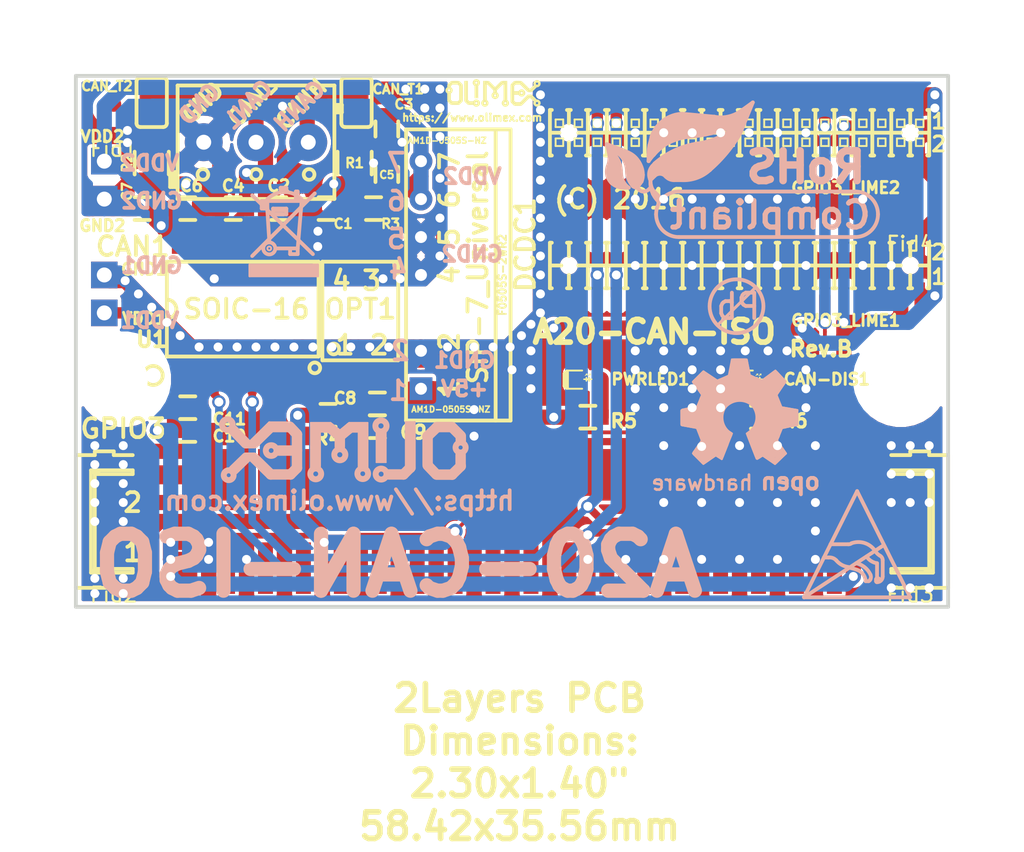
<source format=kicad_pcb>
(kicad_pcb (version 20171130) (host pcbnew 5.1.5-52549c5~84~ubuntu18.04.1)
  (layers (0 F.Cu signal) (31 B.Cu signal) (34 B.Paste user hide) (35 F.Paste user hide) (36 B.SilkS user hide) (37 F.SilkS user) (38 B.Mask user) (39 F.Mask user hide) (44 Edge.Cuts user))
  (net 0 "")
  (net 1 +5V)
  (net 2 +3V3)
  (net 3 GND)
  (net 4 /CANL)
  (net 5 /CANH)
  (net 6 /CAN-CTRL)
  (net 7 /CAN-TX)
  (net 8 /CAN-RX)
  (net 9 "Net-(PWRLED1-Pad2)")
  (net 10 "Net-(CAN_T1-Pad1)")
  (net 11 Earth)
  (net 12 "Net-(C1-Pad2)")
  (net 13 +5VP)
  (net 14 "Net-(CAN-DIS1-Pad2)")
  (net 15 "Net-(CAN_T2-Pad2)")
  (net 16 "Net-(OPT1-Pad3)")
  (net 17 "Net-(OPT1-Pad1)")
  (net 18 "Net-(GPIO3-Pad5)")
  (net 19 "Net-(GPIO3-Pad6)")
  (net 20 "Net-(GPIO3-Pad7)")
  (net 21 "Net-(GPIO3-Pad8)")
  (net 22 "Net-(GPIO3-Pad9)")
  (net 23 "Net-(GPIO3-Pad10)")
  (net 24 "Net-(GPIO3-Pad12)")
  (net 25 "Net-(GPIO3-Pad13)")
  (net 26 "Net-(GPIO3-Pad14)")
  (net 27 "Net-(GPIO3-Pad15)")
  (net 28 "Net-(GPIO3-Pad16)")
  (net 29 "Net-(GPIO3-Pad17)")
  (net 30 "Net-(GPIO3-Pad18)")
  (net 31 "Net-(GPIO3-Pad19)")
  (net 32 "Net-(GPIO3-Pad20)")
  (net 33 "Net-(GPIO3-Pad21)")
  (net 34 "Net-(GPIO3-Pad22)")
  (net 35 "Net-(GPIO3-Pad23)")
  (net 36 "Net-(GPIO3-Pad24)")
  (net 37 "Net-(GPIO3-Pad25)")
  (net 38 "Net-(GPIO3-Pad26)")
  (net 39 "Net-(GPIO3-Pad27)")
  (net 40 "Net-(GPIO3-Pad28)")
  (net 41 "Net-(GPIO3-Pad29)")
  (net 42 "Net-(GPIO3-Pad30)")
  (net 43 "Net-(GPIO3-Pad31)")
  (net 44 "Net-(GPIO3-Pad32)")
  (net 45 "Net-(GPIO3-Pad34)")
  (net 46 "Net-(GPIO3-Pad36)")
  (net 47 "Net-(GPIO3-Pad37)")
  (net 48 "Net-(GPIO3-Pad38)")
  (net 49 "Net-(GPIO3-Pad39)")
  (net 50 "Net-(GPIO3-Pad40)")
  (net 51 "Net-(GPIO3_LIME1-Pad40)")
  (net 52 "Net-(GPIO3_LIME1-Pad39)")
  (net 53 "Net-(GPIO3_LIME1-Pad38)")
  (net 54 "Net-(GPIO3_LIME1-Pad37)")
  (net 55 "Net-(GPIO3_LIME1-Pad36)")
  (net 56 "Net-(GPIO3_LIME1-Pad34)")
  (net 57 "Net-(GPIO3_LIME1-Pad32)")
  (net 58 "Net-(GPIO3_LIME1-Pad31)")
  (net 59 "Net-(GPIO3_LIME1-Pad30)")
  (net 60 "Net-(GPIO3_LIME1-Pad29)")
  (net 61 "Net-(GPIO3_LIME1-Pad28)")
  (net 62 "Net-(GPIO3_LIME1-Pad27)")
  (net 63 "Net-(GPIO3_LIME1-Pad26)")
  (net 64 "Net-(GPIO3_LIME1-Pad25)")
  (net 65 "Net-(GPIO3_LIME1-Pad24)")
  (net 66 "Net-(GPIO3_LIME1-Pad23)")
  (net 67 "Net-(GPIO3_LIME1-Pad22)")
  (net 68 "Net-(GPIO3_LIME1-Pad21)")
  (net 69 "Net-(GPIO3_LIME1-Pad5)")
  (net 70 "Net-(GPIO3_LIME1-Pad6)")
  (net 71 "Net-(GPIO3_LIME1-Pad7)")
  (net 72 "Net-(GPIO3_LIME1-Pad8)")
  (net 73 "Net-(GPIO3_LIME1-Pad9)")
  (net 74 "Net-(GPIO3_LIME1-Pad10)")
  (net 75 "Net-(GPIO3_LIME1-Pad12)")
  (net 76 "Net-(GPIO3_LIME1-Pad13)")
  (net 77 "Net-(GPIO3_LIME1-Pad14)")
  (net 78 "Net-(GPIO3_LIME1-Pad15)")
  (net 79 "Net-(GPIO3_LIME1-Pad16)")
  (net 80 "Net-(GPIO3_LIME1-Pad17)")
  (net 81 "Net-(GPIO3_LIME1-Pad18)")
  (net 82 "Net-(GPIO3_LIME1-Pad19)")
  (net 83 "Net-(GPIO3_LIME1-Pad20)")
  (net 84 "Net-(GPIO3_LIME2-Pad40)")
  (net 85 "Net-(GPIO3_LIME2-Pad39)")
  (net 86 "Net-(GPIO3_LIME2-Pad38)")
  (net 87 "Net-(GPIO3_LIME2-Pad37)")
  (net 88 "Net-(GPIO3_LIME2-Pad36)")
  (net 89 "Net-(GPIO3_LIME2-Pad34)")
  (net 90 "Net-(GPIO3_LIME2-Pad32)")
  (net 91 "Net-(GPIO3_LIME2-Pad31)")
  (net 92 "Net-(GPIO3_LIME2-Pad30)")
  (net 93 "Net-(GPIO3_LIME2-Pad29)")
  (net 94 "Net-(GPIO3_LIME2-Pad28)")
  (net 95 "Net-(GPIO3_LIME2-Pad27)")
  (net 96 "Net-(GPIO3_LIME2-Pad26)")
  (net 97 "Net-(GPIO3_LIME2-Pad25)")
  (net 98 "Net-(GPIO3_LIME2-Pad24)")
  (net 99 "Net-(GPIO3_LIME2-Pad23)")
  (net 100 "Net-(GPIO3_LIME2-Pad22)")
  (net 101 "Net-(GPIO3_LIME2-Pad21)")
  (net 102 "Net-(GPIO3_LIME2-Pad5)")
  (net 103 "Net-(GPIO3_LIME2-Pad6)")
  (net 104 "Net-(GPIO3_LIME2-Pad7)")
  (net 105 "Net-(GPIO3_LIME2-Pad8)")
  (net 106 "Net-(GPIO3_LIME2-Pad9)")
  (net 107 "Net-(GPIO3_LIME2-Pad10)")
  (net 108 "Net-(GPIO3_LIME2-Pad12)")
  (net 109 "Net-(GPIO3_LIME2-Pad13)")
  (net 110 "Net-(GPIO3_LIME2-Pad14)")
  (net 111 "Net-(GPIO3_LIME2-Pad15)")
  (net 112 "Net-(GPIO3_LIME2-Pad16)")
  (net 113 "Net-(GPIO3_LIME2-Pad17)")
  (net 114 "Net-(GPIO3_LIME2-Pad18)")
  (net 115 "Net-(GPIO3_LIME2-Pad19)")
  (net 116 "Net-(GPIO3_LIME2-Pad20)")
  (net 117 "Net-(U1-Pad4)")
  (net 118 "Net-(U1-Pad6)")
  (module OLIMEX_Connectors-FP:GBH-254-SMT-40_Shorten_Pads (layer F.Cu) (at 156.21 121.285)
    (fp_text reference GPIO3 (at -26.035 -6.223) (layer F.SilkS) (effects (font (size 1.27 1.27) (thickness 0.254))))
    (fp_text value GBH-254-SMT-40)
    (fp_text user 1 (at -25.4 2.032) (layer F.SilkS) (effects (font (size 1.27 1.27) (thickness 0.254))))
    (fp_text user 2 (at -25.4 -1.27) (layer F.SilkS) (effects (font (size 1.27 1.27) (thickness 0.254))))
    (pad 1 smd rect (at -24.13 3.125 90) (size 3.45 1) (layers F.Cu F.Mask) (net 1 +5V))
    (pad 2 smd rect (at -24.13 -3.125 90) (size 3.45 1) (layers F.Cu F.Mask) (net 3 GND))
    (pad 3 smd rect (at -21.59 3.125 90) (size 3.45 1) (layers F.Cu F.Mask) (net 2 +3V3))
    (pad 4 smd rect (at -21.59 -3.125 90) (size 3.45 1) (layers F.Cu F.Mask) (net 3 GND))
    (pad 5 smd rect (at -19.05 3.125 90) (size 3.45 1) (layers F.Cu F.Mask) (net 18 "Net-(GPIO3-Pad5)"))
    (pad 6 smd rect (at -19.05 -3.125 90) (size 3.45 1) (layers F.Cu F.Mask) (net 19 "Net-(GPIO3-Pad6)"))
    (pad 7 smd rect (at -16.51 3.125 90) (size 3.45 1) (layers F.Cu F.Mask) (net 20 "Net-(GPIO3-Pad7)"))
    (pad 8 smd rect (at -16.51 -3.125 90) (size 3.45 1) (layers F.Cu F.Mask) (net 21 "Net-(GPIO3-Pad8)"))
    (pad 9 smd rect (at -13.97 3.125 90) (size 3.45 1) (layers F.Cu F.Mask) (net 22 "Net-(GPIO3-Pad9)"))
    (pad 10 smd rect (at -13.97 -3.125 90) (size 3.45 1) (layers F.Cu F.Mask) (net 23 "Net-(GPIO3-Pad10)"))
    (pad 11 smd rect (at -11.43 3.125 90) (size 3.45 1) (layers F.Cu F.Mask) (net 6 /CAN-CTRL))
    (pad 12 smd rect (at -11.43 -3.125 90) (size 3.45 1) (layers F.Cu F.Mask) (net 24 "Net-(GPIO3-Pad12)"))
    (pad 13 smd rect (at -8.89 3.125 90) (size 3.45 1) (layers F.Cu F.Mask) (net 25 "Net-(GPIO3-Pad13)"))
    (pad 14 smd rect (at -8.89 -3.125 90) (size 3.45 1) (layers F.Cu F.Mask) (net 26 "Net-(GPIO3-Pad14)"))
    (pad 15 smd rect (at -6.35 3.125 90) (size 3.45 1) (layers F.Cu F.Mask) (net 27 "Net-(GPIO3-Pad15)"))
    (pad 16 smd rect (at -6.35 -3.125 90) (size 3.45 1) (layers F.Cu F.Mask) (net 28 "Net-(GPIO3-Pad16)"))
    (pad 17 smd rect (at -3.81 3.125 90) (size 3.45 1) (layers F.Cu F.Mask) (net 29 "Net-(GPIO3-Pad17)"))
    (pad 18 smd rect (at -3.81 -3.125 90) (size 3.45 1) (layers F.Cu F.Mask) (net 30 "Net-(GPIO3-Pad18)"))
    (pad 19 smd rect (at -1.27 3.125 90) (size 3.45 1) (layers F.Cu F.Mask) (net 31 "Net-(GPIO3-Pad19)"))
    (pad 20 smd rect (at -1.27 -3.125 90) (size 3.45 1) (layers F.Cu F.Mask) (net 32 "Net-(GPIO3-Pad20)"))
    (pad 21 smd rect (at 1.27 3.125 270) (size 3.45 1) (layers F.Cu F.Mask) (net 33 "Net-(GPIO3-Pad21)"))
    (pad 22 smd rect (at 1.27 -3.125 90) (size 3.45 1) (layers F.Cu F.Mask) (net 34 "Net-(GPIO3-Pad22)"))
    (pad 23 smd rect (at 3.81 3.125 270) (size 3.45 1) (layers F.Cu F.Mask) (net 35 "Net-(GPIO3-Pad23)"))
    (pad 24 smd rect (at 3.81 -3.125 90) (size 3.45 1) (layers F.Cu F.Mask) (net 36 "Net-(GPIO3-Pad24)"))
    (pad 25 smd rect (at 6.35 3.125 270) (size 3.45 1) (layers F.Cu F.Mask) (net 37 "Net-(GPIO3-Pad25)"))
    (pad 26 smd rect (at 6.35 -3.125 90) (size 3.45 1) (layers F.Cu F.Mask) (net 38 "Net-(GPIO3-Pad26)"))
    (pad 27 smd rect (at 8.89 3.125 270) (size 3.45 1) (layers F.Cu F.Mask) (net 39 "Net-(GPIO3-Pad27)"))
    (pad 28 smd rect (at 8.89 -3.125 90) (size 3.45 1) (layers F.Cu F.Mask) (net 40 "Net-(GPIO3-Pad28)"))
    (pad 29 smd rect (at 11.43 3.125 270) (size 3.45 1) (layers F.Cu F.Mask) (net 41 "Net-(GPIO3-Pad29)"))
    (pad 30 smd rect (at 11.43 -3.125 90) (size 3.45 1) (layers F.Cu F.Mask) (net 42 "Net-(GPIO3-Pad30)"))
    (pad 31 smd rect (at 13.97 3.125 270) (size 3.45 1) (layers F.Cu F.Mask) (net 43 "Net-(GPIO3-Pad31)"))
    (pad 32 smd rect (at 13.97 -3.125 90) (size 3.45 1) (layers F.Cu F.Mask) (net 44 "Net-(GPIO3-Pad32)"))
    (pad 33 smd rect (at 16.51 3.125 270) (size 3.45 1) (layers F.Cu F.Mask) (net 7 /CAN-TX))
    (pad 34 smd rect (at 16.51 -3.125 90) (size 3.45 1) (layers F.Cu F.Mask) (net 45 "Net-(GPIO3-Pad34)"))
    (pad 35 smd rect (at 19.05 3.125 270) (size 3.45 1) (layers F.Cu F.Mask) (net 8 /CAN-RX))
    (pad 36 smd rect (at 19.05 -3.125 90) (size 3.45 1) (layers F.Cu F.Mask) (net 46 "Net-(GPIO3-Pad36)"))
    (pad 37 smd rect (at 21.59 3.125 270) (size 3.45 1) (layers F.Cu F.Mask) (net 47 "Net-(GPIO3-Pad37)"))
    (pad 38 smd rect (at 21.59 -3.125 90) (size 3.45 1) (layers F.Cu F.Mask) (net 48 "Net-(GPIO3-Pad38)"))
    (pad 39 smd rect (at 24.13 3.125 270) (size 3.45 1) (layers F.Cu F.Mask) (net 49 "Net-(GPIO3-Pad39)"))
    (pad 40 smd rect (at 24.13 -3.125 90) (size 3.45 1) (layers F.Cu F.Mask) (net 50 "Net-(GPIO3-Pad40)"))
  )
  (module OLIMEX_IC-FP:SOIC-16_300mil (layer F.Cu) (at 138.176 107.061)
    (fp_text reference U1 (at -6.096 2.032) (layer F.SilkS) (effects (font (size 1.016 1.016) (thickness 0.254))))
    (fp_text value "TJA1052IT/5Y(SOIC-16_300mil)")
    (fp_text user SOIC-16 (at 0.254 0) (layer F.SilkS) (effects (font (size 1.27 1.27) (thickness 0.254))))
    (pad 16 smd rect (at -4.445 -4.7 90) (size 2 0.6) (layers F.Cu F.Paste F.Mask) (net 13 +5VP))
    (pad 15 smd rect (at -3.175 -4.7 90) (size 2 0.6) (layers F.Cu F.Paste F.Mask) (net 11 Earth))
    (pad 14 smd rect (at -1.905 -4.7 90) (size 2 0.6) (layers F.Cu F.Paste F.Mask) (net 16 "Net-(OPT1-Pad3)"))
    (pad 13 smd rect (at -0.635 -4.7 90) (size 2 0.6) (layers F.Cu F.Paste F.Mask) (net 5 /CANH))
    (pad 12 smd rect (at 0.635 -4.7 90) (size 2 0.6) (layers F.Cu F.Paste F.Mask) (net 4 /CANL))
    (pad 11 smd rect (at 1.905 -4.7 90) (size 2 0.6) (layers F.Cu F.Paste F.Mask) (net 13 +5VP))
    (pad 10 smd rect (at 3.175 -4.7 90) (size 2 0.6) (layers F.Cu F.Paste F.Mask) (net 11 Earth))
    (pad 9 smd rect (at 4.445 -4.7 90) (size 2 0.6) (layers F.Cu F.Paste F.Mask) (net 11 Earth))
    (pad 8 smd rect (at 4.445 4.7 90) (size 2 0.6) (layers F.Cu F.Paste F.Mask) (net 3 GND))
    (pad 7 smd rect (at 3.175 4.7 90) (size 2 0.6) (layers F.Cu F.Paste F.Mask) (net 3 GND))
    (pad 6 smd rect (at 1.905 4.7 90) (size 2 0.6) (layers F.Cu F.Paste F.Mask) (net 118 "Net-(U1-Pad6)"))
    (pad 5 smd rect (at 0.635 4.7 90) (size 2 0.6) (layers F.Cu F.Paste F.Mask) (net 8 /CAN-RX))
    (pad 4 smd rect (at -0.635 4.7 90) (size 2 0.6) (layers F.Cu F.Paste F.Mask) (net 117 "Net-(U1-Pad4)"))
    (pad 3 smd rect (at -1.905 4.7 90) (size 2 0.6) (layers F.Cu F.Paste F.Mask) (net 7 /CAN-TX))
    (pad 2 smd rect (at -3.175 4.7 90) (size 2 0.6) (layers F.Cu F.Paste F.Mask) (net 3 GND))
    (pad 1 smd rect (at -4.445 4.7 90) (size 2 0.6) (layers F.Cu F.Paste F.Mask) (net 2 +3V3))
  )
  (module "OLIMEX_Connectors-FP:GPH127SMT-02X20(PA-V16X-2X20-LF)" (layer F.Cu) (at 171.45 95.25 180)
    (fp_text reference GPIO3_LIME2 (at -7.112 -3.683) (layer F.SilkS) (effects (font (size 0.762 0.762) (thickness 0.1905))))
    (fp_text value PA-V16X-2X20-LF)
    (fp_text user 2 (at -13.335 -0.762) (layer F.SilkS) (effects (font (thickness 0.2))))
    (fp_text user 1 (at -13.335 0.762) (layer F.SilkS) (effects (font (thickness 0.2))))
    (pad "" np_thru_hole circle (at -11.43 0 270) (size 0.7 0.7) (drill 0.7) (layers *.Cu *.Mask))
    (pad 20 smd rect (at -0.635 -2.032 270) (size 1.8 0.7) (layers F.Cu F.Paste F.Mask) (net 116 "Net-(GPIO3_LIME2-Pad20)"))
    (pad 19 smd rect (at -0.635 2.032 270) (size 1.8 0.7) (layers F.Cu F.Paste F.Mask) (net 115 "Net-(GPIO3_LIME2-Pad19)"))
    (pad 18 smd rect (at -1.905 -2.032 270) (size 1.8 0.7) (layers F.Cu F.Paste F.Mask) (net 114 "Net-(GPIO3_LIME2-Pad18)"))
    (pad 17 smd rect (at -1.905 2.032 270) (size 1.8 0.7) (layers F.Cu F.Paste F.Mask) (net 113 "Net-(GPIO3_LIME2-Pad17)"))
    (pad 16 smd rect (at -3.175 -2.032 270) (size 1.8 0.7) (layers F.Cu F.Paste F.Mask) (net 112 "Net-(GPIO3_LIME2-Pad16)"))
    (pad 15 smd rect (at -3.175 2.032 270) (size 1.8 0.7) (layers F.Cu F.Paste F.Mask) (net 111 "Net-(GPIO3_LIME2-Pad15)"))
    (pad 14 smd rect (at -4.445 -2.032 270) (size 1.8 0.7) (layers F.Cu F.Paste F.Mask) (net 110 "Net-(GPIO3_LIME2-Pad14)"))
    (pad 13 smd rect (at -4.445 2.032 270) (size 1.8 0.7) (layers F.Cu F.Paste F.Mask) (net 109 "Net-(GPIO3_LIME2-Pad13)"))
    (pad 12 smd rect (at -5.715 -2.032 90) (size 1.8 0.7) (layers F.Cu F.Paste F.Mask) (net 108 "Net-(GPIO3_LIME2-Pad12)"))
    (pad 11 smd rect (at -5.715 2.032 90) (size 1.8 0.7) (layers F.Cu F.Paste F.Mask) (net 6 /CAN-CTRL))
    (pad 10 smd rect (at -6.985 -2.032 90) (size 1.8 0.7) (layers F.Cu F.Paste F.Mask) (net 107 "Net-(GPIO3_LIME2-Pad10)"))
    (pad 9 smd rect (at -6.985 2.032 90) (size 1.8 0.7) (layers F.Cu F.Paste F.Mask) (net 106 "Net-(GPIO3_LIME2-Pad9)"))
    (pad 8 smd rect (at -8.255 -2.032 90) (size 1.8 0.7) (layers F.Cu F.Paste F.Mask) (net 105 "Net-(GPIO3_LIME2-Pad8)"))
    (pad 7 smd rect (at -8.255 2.032 90) (size 1.8 0.7) (layers F.Cu F.Paste F.Mask) (net 104 "Net-(GPIO3_LIME2-Pad7)"))
    (pad 6 smd rect (at -9.525 -2.032 90) (size 1.8 0.7) (layers F.Cu F.Paste F.Mask) (net 103 "Net-(GPIO3_LIME2-Pad6)"))
    (pad 5 smd rect (at -9.525 2.032 90) (size 1.8 0.7) (layers F.Cu F.Paste F.Mask) (net 102 "Net-(GPIO3_LIME2-Pad5)"))
    (pad 4 smd rect (at -10.795 -2.032 90) (size 1.8 0.7) (layers F.Cu F.Paste F.Mask) (net 3 GND))
    (pad 3 smd rect (at -10.795 2.032 90) (size 1.8 0.7) (layers F.Cu F.Paste F.Mask) (net 2 +3V3))
    (pad 2 smd rect (at -12.065 -2.032 90) (size 1.8 0.7) (layers F.Cu F.Paste F.Mask) (net 3 GND))
    (pad 1 smd rect (at -12.065 2.032 90) (size 1.8 0.7) (layers F.Cu F.Paste F.Mask) (net 1 +5V))
    (pad 21 smd rect (at 0.635 2.032 90) (size 1.8 0.7) (layers F.Cu F.Paste F.Mask) (net 101 "Net-(GPIO3_LIME2-Pad21)"))
    (pad 22 smd rect (at 0.635 -2.032 90) (size 1.8 0.7) (layers F.Cu F.Paste F.Mask) (net 100 "Net-(GPIO3_LIME2-Pad22)"))
    (pad 23 smd rect (at 1.905 2.032 90) (size 1.8 0.7) (layers F.Cu F.Paste F.Mask) (net 99 "Net-(GPIO3_LIME2-Pad23)"))
    (pad 24 smd rect (at 1.905 -2.032 90) (size 1.8 0.7) (layers F.Cu F.Paste F.Mask) (net 98 "Net-(GPIO3_LIME2-Pad24)"))
    (pad 25 smd rect (at 3.175 2.032 90) (size 1.8 0.7) (layers F.Cu F.Paste F.Mask) (net 97 "Net-(GPIO3_LIME2-Pad25)"))
    (pad 26 smd rect (at 3.175 -2.032 90) (size 1.8 0.7) (layers F.Cu F.Paste F.Mask) (net 96 "Net-(GPIO3_LIME2-Pad26)"))
    (pad 27 smd rect (at 4.445 2.032 90) (size 1.8 0.7) (layers F.Cu F.Paste F.Mask) (net 95 "Net-(GPIO3_LIME2-Pad27)"))
    (pad 28 smd rect (at 4.445 -2.032 90) (size 1.8 0.7) (layers F.Cu F.Paste F.Mask) (net 94 "Net-(GPIO3_LIME2-Pad28)"))
    (pad 29 smd rect (at 5.715 2.032 90) (size 1.8 0.7) (layers F.Cu F.Paste F.Mask) (net 93 "Net-(GPIO3_LIME2-Pad29)"))
    (pad 30 smd rect (at 5.715 -2.032 90) (size 1.8 0.7) (layers F.Cu F.Paste F.Mask) (net 92 "Net-(GPIO3_LIME2-Pad30)"))
    (pad 31 smd rect (at 6.985 2.032 90) (size 1.8 0.7) (layers F.Cu F.Paste F.Mask) (net 91 "Net-(GPIO3_LIME2-Pad31)"))
    (pad 32 smd rect (at 6.985 -2.032 90) (size 1.8 0.7) (layers F.Cu F.Paste F.Mask) (net 90 "Net-(GPIO3_LIME2-Pad32)"))
    (pad 33 smd rect (at 8.255 2.032 270) (size 1.8 0.7) (layers F.Cu F.Paste F.Mask) (net 7 /CAN-TX))
    (pad 34 smd rect (at 8.255 -2.032 270) (size 1.8 0.7) (layers F.Cu F.Paste F.Mask) (net 89 "Net-(GPIO3_LIME2-Pad34)"))
    (pad 35 smd rect (at 9.525 2.032 270) (size 1.8 0.7) (layers F.Cu F.Paste F.Mask) (net 8 /CAN-RX))
    (pad 36 smd rect (at 9.525 -2.032 270) (size 1.8 0.7) (layers F.Cu F.Paste F.Mask) (net 88 "Net-(GPIO3_LIME2-Pad36)"))
    (pad 37 smd rect (at 10.795 2.032 270) (size 1.8 0.7) (layers F.Cu F.Paste F.Mask) (net 87 "Net-(GPIO3_LIME2-Pad37)"))
    (pad 38 smd rect (at 10.795 -2.032 270) (size 1.8 0.7) (layers F.Cu F.Paste F.Mask) (net 86 "Net-(GPIO3_LIME2-Pad38)"))
    (pad 39 smd rect (at 12.065 2.032 270) (size 1.8 0.7) (layers F.Cu F.Paste F.Mask) (net 85 "Net-(GPIO3_LIME2-Pad39)"))
    (pad 40 smd rect (at 12.065 -2.032 270) (size 1.8 0.7) (layers F.Cu F.Paste F.Mask) (net 84 "Net-(GPIO3_LIME2-Pad40)"))
    (pad "" np_thru_hole circle (at 11.43 0 270) (size 0.7 0.7) (drill 0.7) (layers *.Cu *.Mask))
  )
  (module OLIMEX_Regulators-FP:SIP-7_Universal (layer F.Cu) (at 150.114 104.775 90)
    (fp_text reference DCDC1 (at 2.032 6.985 90) (layer F.SilkS) (effects (font (size 1.27 1.27) (thickness 0.254))))
    (fp_text value "F0505S-2WR2(SIP-7_Universal)")
    (fp_text user SIP-7_Universal (at 0.508 3.81 90) (layer F.SilkS) (effects (font (size 1.27 1.27) (thickness 0.254))))
    (fp_text user 1 (at -7.62 1.905 90) (layer F.SilkS) (effects (font (size 1.27 1.27) (thickness 0.254))))
    (fp_text user 2 (at -4.445 1.905 90) (layer F.SilkS) (effects (font (size 1.27 1.27) (thickness 0.254))))
    (fp_text user 4 (at 0 1.905 90) (layer F.SilkS) (effects (font (size 1.27 1.27) (thickness 0.254))))
    (fp_text user 5 (at 2.54 1.905 90) (layer F.SilkS) (effects (font (size 1.27 1.27) (thickness 0.254))))
    (fp_text user 6 (at 5.08 1.905 90) (layer F.SilkS) (effects (font (size 1.27 1.27) (thickness 0.254))))
    (fp_text user 7 (at 7.62 1.905 90) (layer F.SilkS) (effects (font (size 1.27 1.27) (thickness 0.254))))
    (fp_text user F0505S-2WR2 (at 0 5.461 90) (layer F.SilkS) (effects (font (size 0.5 0.5) (thickness 0.125))))
    (fp_text user AM1D-0505S-NZ (at 9 1.75 180) (layer F.SilkS) (effects (font (size 0.4 0.4) (thickness 0.1))))
    (fp_text user AM1D-0505S-NZ (at -9 2) (layer F.SilkS) (effects (font (size 0.4 0.4) (thickness 0.1))))
    (pad 2 thru_hole circle (at -5.08 0 90) (size 1.524 1.524) (drill 0.8) (layers *.Cu *.Mask) (net 3 GND))
    (pad 1 thru_hole rect (at -7.62 0 90) (size 1.524 1.524) (drill 0.8) (layers *.Cu *.Mask) (net 1 +5V))
    (pad 4 thru_hole circle (at 0 0 90) (size 1.524 1.524) (drill 0.8) (layers *.Cu *.Mask) (net 11 Earth))
    (pad 5 thru_hole circle (at 2.54 0 90) (size 1.524 1.524) (drill 0.8) (layers *.Cu *.Mask) (net 11 Earth))
    (pad 7 thru_hole circle (at 7.62 0 90) (size 1.524 1.524) (drill 0.8) (layers *.Cu *.Mask) (net 13 +5VP))
    (pad 6 thru_hole circle (at 5.08 0 90) (size 1.524 1.524) (drill 0.8) (layers *.Cu *.Mask) (net 13 +5VP))
  )
  (module OLIMEX_Connectors-FP:TB3-3.5mm (layer F.Cu) (at 139.065 95.885)
    (fp_text reference CAN1 (at -8.255 6.985) (layer F.SilkS) (effects (font (size 1.27 1.27) (thickness 0.254))))
    (fp_text value TB3-3.5mm)
    (pad 3 thru_hole circle (at 3.5 0) (size 2.54 2.54) (drill 1) (layers *.Cu *.Mask) (net 5 /CANH))
    (pad 1 thru_hole circle (at -3.5 0) (size 2.54 2.54) (drill 1) (layers *.Cu *.Mask) (net 11 Earth))
    (pad 2 thru_hole circle (at 0 0) (size 2.54 2.54) (drill 1) (layers *.Cu *.Mask) (net 4 /CANL))
  )
  (module OLIMEX_Other-FP:TEST_PAD40x70_SQUARE (layer F.Cu) (at 128.905 107.315 90)
    (fp_text reference VDD1 (at -0.381 2.667 180) (layer F.SilkS) (effects (font (size 0.762 0.762) (thickness 0.1905))))
    (fp_text value TESTPAD hide)
    (pad 1 thru_hole rect (at 0 0 90) (size 1.778 1.778) (drill 1) (layers *.Cu *.Mask) (net 2 +3V3))
  )
  (module OLIMEX_LOGOs-FP:OLIMEX_LOGO_TB (layer B.Cu) (at 144.78 116.459 180)
    (fp_text reference Logo_Olimex hide)
    (fp_text value "" hide)
  )
  (module OLIMEX_LOGOs-FP:LOGO_ROHS_1 (layer B.Cu) (at 179.705 101.6 180)
    (fp_text reference Sign_RoHS hide)
    (fp_text value Val** hide)
    (fp_text user Compliant (at 6.20014 0.8382 180) (layer B.SilkS) (effects (font (size 1.778 1.778) (thickness 0.35)) (justify mirror)))
    (fp_text user RoHS (at 3.81508 4.04368 180) (layer B.SilkS) (effects (font (size 2 2) (thickness 0.5)) (justify mirror)))
  )
  (module OLIMEX_LOGOs-FP:LOGO_RECYCLEBIN_1 (layer B.Cu) (at 143.256 104.902 180)
    (fp_text reference Sign_RecycleBin hide)
    (fp_text value "" hide)
  )
  (module OLIMEX_LOGOs-FP:LOGO_PBFREE (layer B.Cu) (at 171.45 106.553)
    (fp_text reference Sign_Pb-Free)
    (fp_text value "")
    (fp_text user Pb (at -0.08636 0.33528) (layer B.SilkS) (effects (font (size 1.7 1.5) (thickness 0.254)) (justify mirror)))
  )
  (module OLIMEX_LOGOs-FP:LOGO_OPENHARDWARE_8x8 (layer B.Cu) (at 171.45 114.427 180)
    (fp_text reference Sign_OSHW hide)
    (fp_text value "" hide)
    (fp_text user open (at -3.40106 -4.17576 180) (layer B.SilkS) (effects (font (size 1.1 1.1) (thickness 0.254)) (justify mirror)))
    (fp_text user hardware (at 2.51206 -4.2672 180) (layer B.SilkS) (effects (font (thickness 0.18)) (justify mirror)))
  )
  (module OLIMEX_LOGOs-FP:LOGO_ANTISTATIC_1 (layer B.Cu) (at 182.88 126.365 180)
    (fp_text reference Sign_Antistatic hide)
    (fp_text value Val** hide)
  )
  (module OLIMEX_LEDs-FP:LED_0603_KA (layer F.Cu) (at 172.72 111.76)
    (fp_text reference CAN-DIS1 (at 4.572 0) (layer F.SilkS) (effects (font (size 0.762 0.762) (thickness 0.1905))))
    (fp_text value "NA(LED/Red/0603)")
    (pad 1 smd rect (at -0.762 0 180) (size 0.8 0.8) (layers F.Cu F.Paste F.Mask) (net 3 GND))
    (pad 2 smd rect (at 0.762 0 180) (size 0.8 0.8) (layers F.Cu F.Paste F.Mask) (net 14 "Net-(CAN-DIS1-Pad2)"))
  )
  (module OLIMEX_LEDs-FP:LED_0603_KA (layer F.Cu) (at 161.29 111.76)
    (fp_text reference PWRLED1 (at 4.191 0) (layer F.SilkS) (effects (font (size 0.762 0.762) (thickness 0.1905))))
    (fp_text value LED/Red/0603)
    (pad 1 smd rect (at -0.762 0 180) (size 0.8 0.8) (layers F.Cu F.Paste F.Mask) (net 3 GND))
    (pad 2 smd rect (at 0.762 0 180) (size 0.8 0.8) (layers F.Cu F.Paste F.Mask) (net 9 "Net-(PWRLED1-Pad2)"))
  )
  (module OLIMEX_LOGOs-FP:LOGO_OLIMEX_80 (layer F.Cu) (at 154.94 92.583)
    (fp_text reference Logo-Olimex hide)
    (fp_text value "" hide)
  )
  (module "OLIMEX_Devices-FP:H11A817C_SMD(PC817X3NIP06)_FP" (layer F.Cu) (at 146.05 107.188)
    (fp_text reference OPT1 (at 0 -0.127) (layer F.SilkS) (effects (font (size 1.27 1.27) (thickness 0.254))))
    (fp_text value "NA(H11A817C_SMD(PC817X3NIP06))")
    (fp_text user 4 (at -1.27 -2.032) (layer F.SilkS) (effects (font (size 1.27 1.27) (thickness 0.254))))
    (fp_text user 3 (at 0.762 -2.032) (layer F.SilkS) (effects (font (size 1.27 1.27) (thickness 0.254))))
    (fp_text user 2 (at 1.27 2.286) (layer F.SilkS) (effects (font (size 1.27 1.27) (thickness 0.254))))
    (fp_text user 1 (at -1.016 2.286) (layer F.SilkS) (effects (font (size 1.27 1.27) (thickness 0.254))))
    (pad 1 smd rect (at -1.27 4.445) (size 1.778 1.524) (layers F.Cu F.Paste F.Mask) (net 17 "Net-(OPT1-Pad1)"))
    (pad 2 smd rect (at 1.27 4.445) (size 1.778 1.524) (layers F.Cu F.Paste F.Mask) (net 3 GND))
    (pad 3 smd rect (at 1.27 -4.445) (size 1.778 1.524) (layers F.Cu F.Paste F.Mask) (net 16 "Net-(OPT1-Pad3)"))
    (pad 4 smd rect (at -1.27 -4.445) (size 1.778 1.524) (layers F.Cu F.Paste F.Mask) (net 13 +5VP))
  )
  (module OLIMEX_Other-FP:TEST_PAD40x70_SQUARE (layer F.Cu) (at 128.905 97.155)
    (fp_text reference VDD2 (at -0.127 -1.651) (layer F.SilkS) (effects (font (size 0.762 0.762) (thickness 0.1905))))
    (fp_text value TESTPAD hide)
    (pad 1 thru_hole rect (at 0 0) (size 1.778 1.778) (drill 1) (layers *.Cu *.Mask) (net 13 +5VP))
  )
  (module OLIMEX_RLC-FP:R_1206_5MIL_DWS (layer F.Cu) (at 132.08 97.282 90)
    (fp_text reference R2 (at 0 -1.651 90) (layer F.SilkS) (effects (font (size 0.635 0.635) (thickness 0.15875))))
    (fp_text value 60.4R/1%)
    (pad 2 smd rect (at 1.397 0 90) (size 1.524 1.778) (layers F.Cu F.Paste F.Mask) (net 15 "Net-(CAN_T2-Pad2)"))
    (pad 1 smd rect (at -1.397 0 90) (size 1.524 1.778) (layers F.Cu F.Paste F.Mask) (net 12 "Net-(C1-Pad2)"))
  )
  (module OLIMEX_RLC-FP:R_1206_5MIL_DWS (layer F.Cu) (at 145.669 97.282 270)
    (fp_text reference R1 (at 0 0 180) (layer F.SilkS) (effects (font (size 0.635 0.635) (thickness 0.15875))))
    (fp_text value 60.4R/1%)
    (pad 2 smd rect (at 1.397 0 270) (size 1.524 1.778) (layers F.Cu F.Paste F.Mask) (net 12 "Net-(C1-Pad2)"))
    (pad 1 smd rect (at -1.397 0 270) (size 1.524 1.778) (layers F.Cu F.Paste F.Mask) (net 10 "Net-(CAN_T1-Pad1)"))
  )
  (module OLIMEX_Other-FP:TEST_PAD40x70_SQUARE (layer F.Cu) (at 128.905 99.695)
    (fp_text reference GND2 (at -0.127 1.778) (layer F.SilkS) (effects (font (size 0.762 0.762) (thickness 0.1905))))
    (fp_text value TESTPAD hide)
    (pad 1 thru_hole rect (at 0 0) (size 1.778 1.778) (drill 1) (layers *.Cu *.Mask) (net 11 Earth))
  )
  (module OLIMEX_Other-FP:TEST_PAD40x70_SQUARE (layer F.Cu) (at 128.905 104.775 90)
    (fp_text reference GND1 (at 0.381 2.667 180) (layer F.SilkS) (effects (font (size 0.762 0.762) (thickness 0.1905))))
    (fp_text value TESTPAD hide)
    (pad 1 thru_hole rect (at 0 0 90) (size 1.778 1.778) (drill 1) (layers *.Cu *.Mask) (net 3 GND))
  )
  (module OLIMEX_Jumpers-FP:SJ (layer F.Cu) (at 132.08 93.218 270)
    (fp_text reference CAN_T2 (at -1.0922 2.9972 180) (layer F.SilkS) (effects (font (size 0.635 0.635) (thickness 0.15875))))
    (fp_text value Opened)
    (pad 2 smd rect (at 0.762 0 270) (size 1.1684 1.6002) (layers F.Cu F.Mask) (net 15 "Net-(CAN_T2-Pad2)") (clearance 0.0508))
    (pad 1 smd rect (at -0.762 0 270) (size 1.1684 1.6002) (layers F.Cu F.Mask) (net 4 /CANL))
    (pad 1 smd rect (at -0.762 0 270) (size 1.1684 1.6002) (layers F.Cu F.Mask) (net 4 /CANL) (clearance 0.0508))
  )
  (module OLIMEX_RLC-FP:C_0603_5MIL_DWS (layer F.Cu) (at 134.493 113.665 180)
    (fp_text reference C11 (at -2.794 -0.762 180) (layer F.SilkS) (effects (font (size 0.762 0.762) (thickness 0.1905))))
    (fp_text value 10uF/6.3V/0603)
    (pad 2 smd rect (at 0.889 0 180) (size 1.016 1.016) (layers F.Cu F.Paste F.Mask) (net 2 +3V3) (clearance 0.0508))
    (pad 1 smd rect (at -0.889 0 180) (size 1.016 1.016) (layers F.Cu F.Paste F.Mask) (net 3 GND) (clearance 0.0508))
  )
  (module OLIMEX_RLC-FP:C_0603_5MIL_DWS (layer F.Cu) (at 134.493 115.189 180)
    (fp_text reference C10 (at -2.794 -0.381 180) (layer F.SilkS) (effects (font (size 0.762 0.762) (thickness 0.1905))))
    (fp_text value 100nF)
    (pad 2 smd rect (at 0.889 0 180) (size 1.016 1.016) (layers F.Cu F.Paste F.Mask) (net 2 +3V3) (clearance 0.0508))
    (pad 1 smd rect (at -0.889 0 180) (size 1.016 1.016) (layers F.Cu F.Paste F.Mask) (net 3 GND) (clearance 0.0508))
  )
  (module OLIMEX_RLC-FP:C_0603_5MIL_DWS (layer F.Cu) (at 147.193 114.935)
    (fp_text reference C9 (at 2.413 0.381) (layer F.SilkS) (effects (font (size 0.889 0.889) (thickness 0.22225))))
    (fp_text value 10uF/6.3V/0603)
    (pad 2 smd rect (at 0.889 0) (size 1.016 1.016) (layers F.Cu F.Paste F.Mask) (net 1 +5V) (clearance 0.0508))
    (pad 1 smd rect (at -0.889 0) (size 1.016 1.016) (layers F.Cu F.Paste F.Mask) (net 3 GND) (clearance 0.0508))
  )
  (module OLIMEX_RLC-FP:C_0603_5MIL_DWS (layer F.Cu) (at 147.193 113.411)
    (fp_text reference C8 (at -2.159 -0.381) (layer F.SilkS) (effects (font (size 0.762 0.762) (thickness 0.1905))))
    (fp_text value 100nF)
    (pad 2 smd rect (at 0.889 0) (size 1.016 1.016) (layers F.Cu F.Paste F.Mask) (net 1 +5V) (clearance 0.0508))
    (pad 1 smd rect (at -0.889 0) (size 1.016 1.016) (layers F.Cu F.Paste F.Mask) (net 3 GND) (clearance 0.0508))
  )
  (module OLIMEX_RLC-FP:C_0603_5MIL_DWS (layer F.Cu) (at 131.445 100.33)
    (fp_text reference C7 (at -1.016 -1.143 90) (layer F.SilkS) (effects (font (size 0.635 0.635) (thickness 0.15875))))
    (fp_text value 10uF/6.3V/0603)
    (pad 2 smd rect (at 0.889 0) (size 1.016 1.016) (layers F.Cu F.Paste F.Mask) (net 13 +5VP) (clearance 0.0508))
    (pad 1 smd rect (at -0.889 0) (size 1.016 1.016) (layers F.Cu F.Paste F.Mask) (net 11 Earth) (clearance 0.0508))
  )
  (module OLIMEX_RLC-FP:C_0603_5MIL_DWS (layer F.Cu) (at 134.493 100.33 180)
    (fp_text reference C6 (at -0.254 1.524) (layer F.SilkS) (effects (font (size 0.762 0.762) (thickness 0.1905))))
    (fp_text value 100nF)
    (pad 2 smd rect (at 0.889 0 180) (size 1.016 1.016) (layers F.Cu F.Paste F.Mask) (net 13 +5VP) (clearance 0.0508))
    (pad 1 smd rect (at -0.889 0 180) (size 1.016 1.016) (layers F.Cu F.Paste F.Mask) (net 11 Earth) (clearance 0.0508))
  )
  (module OLIMEX_RLC-FP:C_0603_5MIL_DWS (layer F.Cu) (at 147.828 98.044 270)
    (fp_text reference C5 (at 0.0254 0 180) (layer F.SilkS) (effects (font (size 0.508 0.508) (thickness 0.127))))
    (fp_text value 10uF/6.3V/0603)
    (pad 2 smd rect (at 0.889 0 270) (size 1.016 1.016) (layers F.Cu F.Paste F.Mask) (net 13 +5VP) (clearance 0.0508))
    (pad 1 smd rect (at -0.889 0 270) (size 1.016 1.016) (layers F.Cu F.Paste F.Mask) (net 11 Earth) (clearance 0.0508))
  )
  (module OLIMEX_RLC-FP:C_0603_5MIL_DWS (layer F.Cu) (at 137.541 100.33)
    (fp_text reference C4 (at 0 -1.524) (layer F.SilkS) (effects (font (size 0.762 0.762) (thickness 0.1905))))
    (fp_text value 47pF)
    (pad 2 smd rect (at 0.889 0) (size 1.016 1.016) (layers F.Cu F.Paste F.Mask) (net 5 /CANH) (clearance 0.0508))
    (pad 1 smd rect (at -0.889 0) (size 1.016 1.016) (layers F.Cu F.Paste F.Mask) (net 11 Earth) (clearance 0.0508))
  )
  (module OLIMEX_RLC-FP:C_0603_5MIL_DWS (layer F.Cu) (at 147.828 94.996 90)
    (fp_text reference C3 (at 1.651 1.143 180) (layer F.SilkS) (effects (font (size 0.635 0.635) (thickness 0.15875))))
    (fp_text value 100nF)
    (pad 2 smd rect (at 0.889 0 90) (size 1.016 1.016) (layers F.Cu F.Paste F.Mask) (net 13 +5VP) (clearance 0.0508))
    (pad 1 smd rect (at -0.889 0 90) (size 1.016 1.016) (layers F.Cu F.Paste F.Mask) (net 11 Earth) (clearance 0.0508))
  )
  (module OLIMEX_Other-FP:Fiducial1x3 (layer F.Cu) (at 129.54 93.345)
    (fp_text reference Fid1 (at 0 3) (layer F.SilkS))
    (fp_text value "")
    (pad Fid1 connect circle (at 0 0) (size 1 1) (layers F.Cu F.Mask) (clearance 1.016))
  )
  (module OLIMEX_Other-FP:Mounting_hole_3.3mm (layer F.Cu) (at 182.245 111.76)
    (fp_text reference MountingHole2 hide)
    (fp_text value Mounting_hole_3.3mm hide)
    (pad "" np_thru_hole circle (at 0 0) (size 3.3 3.3) (drill 3.3) (layers *.Cu *.Mask) (clearance 1.55))
  )
  (module OLIMEX_Other-FP:Mounting_hole_3.3mm (layer F.Cu) (at 130.175 111.76)
    (fp_text reference MountingHole1 hide)
    (fp_text value Mounting_hole_3.3mm hide)
    (pad "" np_thru_hole circle (at 0 0) (size 3.3 3.3) (drill 3.3) (layers *.Cu *.Mask) (clearance 1.55))
  )
  (module OLIMEX_Other-FP:Fiducial1x3 (layer F.Cu) (at 182.88 123.19)
    (fp_text reference Fid3 (at 0 3) (layer F.SilkS))
    (fp_text value "")
    (pad Fid1 connect circle (at 0 0) (size 1 1) (layers F.Cu F.Mask) (clearance 1.016))
  )
  (module OLIMEX_Other-FP:Fiducial1x3 (layer F.Cu) (at 182.88 99.695)
    (fp_text reference Fid4 (at 0 3) (layer F.SilkS))
    (fp_text value "")
    (pad Fid1 connect circle (at 0 0) (size 1 1) (layers F.Cu F.Mask) (clearance 1.016))
  )
  (module OLIMEX_Other-FP:Fiducial1x3 (layer F.Cu) (at 129.54 123.19)
    (fp_text reference Fid2 (at 0 3) (layer F.SilkS))
    (fp_text value "")
    (pad Fid1 connect circle (at 0 0) (size 1 1) (layers F.Cu F.Mask) (clearance 1.016))
  )
  (module OLIMEX_Jumpers-FP:SJ (layer F.Cu) (at 145.796 93.218 90)
    (fp_text reference CAN_T1 (at 0.889 2.794 180) (layer F.SilkS) (effects (font (size 0.635 0.635) (thickness 0.15875))))
    (fp_text value Opened)
    (pad 2 smd rect (at 0.762 0 90) (size 1.1684 1.6002) (layers F.Cu F.Mask) (net 5 /CANH) (clearance 0.0508))
    (pad 1 smd rect (at -0.762 0 90) (size 1.1684 1.6002) (layers F.Cu F.Mask) (net 10 "Net-(CAN_T1-Pad1)"))
    (pad 1 smd rect (at -0.762 0 90) (size 1.1684 1.6002) (layers F.Cu F.Mask) (net 10 "Net-(CAN_T1-Pad1)") (clearance 0.0508))
  )
  (module OLIMEX_RLC-FP:R_0603_5MIL_DWS (layer F.Cu) (at 172.72 114.3)
    (fp_text reference R6 (at 2.413 0.254 180) (layer F.SilkS) (effects (font (size 0.889 0.889) (thickness 0.22225))))
    (fp_text value "NA(2.2k)")
    (pad 2 smd rect (at 0.889 0) (size 1.016 1.016) (layers F.Cu F.Paste F.Mask) (net 14 "Net-(CAN-DIS1-Pad2)"))
    (pad 1 smd rect (at -0.889 0) (size 1.016 1.016) (layers F.Cu F.Paste F.Mask) (net 6 /CAN-CTRL))
  )
  (module OLIMEX_RLC-FP:R_0603_5MIL_DWS (layer F.Cu) (at 161.29 114.3)
    (fp_text reference R5 (at 2.413 0.254) (layer F.SilkS) (effects (font (size 0.889 0.889) (thickness 0.22225))))
    (fp_text value 2.2k)
    (pad 2 smd rect (at 0.889 0) (size 1.016 1.016) (layers F.Cu F.Paste F.Mask) (net 9 "Net-(PWRLED1-Pad2)"))
    (pad 1 smd rect (at -0.889 0) (size 1.016 1.016) (layers F.Cu F.Paste F.Mask) (net 1 +5V))
  )
  (module OLIMEX_RLC-FP:R_0603_5MIL_DWS (layer F.Cu) (at 146.939 100.33 180)
    (fp_text reference R3 (at -1.143 -1.016 180) (layer F.SilkS) (effects (font (size 0.635 0.635) (thickness 0.15875))))
    (fp_text value 10k)
    (pad 2 smd rect (at 0.889 0 180) (size 1.016 1.016) (layers F.Cu F.Paste F.Mask) (net 11 Earth))
    (pad 1 smd rect (at -0.889 0 180) (size 1.016 1.016) (layers F.Cu F.Paste F.Mask) (net 16 "Net-(OPT1-Pad3)"))
  )
  (module "OLIMEX_Connectors-FP:GPCB127SMT-02X20(YA-V36P-2X20-LF)" (layer F.Cu) (at 171.45 104.14 180)
    (fp_text reference GPIO3_LIME1 (at -7.112 -3.683 180) (layer F.SilkS) (effects (font (size 0.762 0.762) (thickness 0.1905))))
    (fp_text value PA-V16X-2X20-LF)
    (fp_text user 1 (at -13.335 -0.762 180) (layer F.SilkS) (effects (font (thickness 0.2))))
    (fp_text user 2 (at -13.335 0.889 180) (layer F.SilkS) (effects (font (thickness 0.2))))
    (pad "" np_thru_hole circle (at -11.43 0 270) (size 0.7 0.7) (drill 0.7) (layers *.Cu *.Mask))
    (pad 20 smd rect (at -0.635 2.032 270) (size 1.8 0.7) (layers F.Cu F.Paste F.Mask) (net 83 "Net-(GPIO3_LIME1-Pad20)"))
    (pad 19 smd rect (at -0.635 -2.032 270) (size 1.8 0.7) (layers F.Cu F.Paste F.Mask) (net 82 "Net-(GPIO3_LIME1-Pad19)"))
    (pad 18 smd rect (at -1.905 2.032 270) (size 1.8 0.7) (layers F.Cu F.Paste F.Mask) (net 81 "Net-(GPIO3_LIME1-Pad18)"))
    (pad 17 smd rect (at -1.905 -2.032 270) (size 1.8 0.7) (layers F.Cu F.Paste F.Mask) (net 80 "Net-(GPIO3_LIME1-Pad17)"))
    (pad 16 smd rect (at -3.175 2.032 270) (size 1.8 0.7) (layers F.Cu F.Paste F.Mask) (net 79 "Net-(GPIO3_LIME1-Pad16)"))
    (pad 15 smd rect (at -3.175 -2.032 270) (size 1.8 0.7) (layers F.Cu F.Paste F.Mask) (net 78 "Net-(GPIO3_LIME1-Pad15)"))
    (pad 14 smd rect (at -4.445 2.032 270) (size 1.8 0.7) (layers F.Cu F.Paste F.Mask) (net 77 "Net-(GPIO3_LIME1-Pad14)"))
    (pad 13 smd rect (at -4.445 -2.032 270) (size 1.8 0.7) (layers F.Cu F.Paste F.Mask) (net 76 "Net-(GPIO3_LIME1-Pad13)"))
    (pad 12 smd rect (at -5.715 2.032 90) (size 1.8 0.7) (layers F.Cu F.Paste F.Mask) (net 75 "Net-(GPIO3_LIME1-Pad12)"))
    (pad 11 smd rect (at -5.715 -2.032 90) (size 1.8 0.7) (layers F.Cu F.Paste F.Mask) (net 6 /CAN-CTRL))
    (pad 10 smd rect (at -6.985 2.032 90) (size 1.8 0.7) (layers F.Cu F.Paste F.Mask) (net 74 "Net-(GPIO3_LIME1-Pad10)"))
    (pad 9 smd rect (at -6.985 -2.032 90) (size 1.8 0.7) (layers F.Cu F.Paste F.Mask) (net 73 "Net-(GPIO3_LIME1-Pad9)"))
    (pad 8 smd rect (at -8.255 2.032 90) (size 1.8 0.7) (layers F.Cu F.Paste F.Mask) (net 72 "Net-(GPIO3_LIME1-Pad8)"))
    (pad 7 smd rect (at -8.255 -2.032 90) (size 1.8 0.7) (layers F.Cu F.Paste F.Mask) (net 71 "Net-(GPIO3_LIME1-Pad7)"))
    (pad 6 smd rect (at -9.525 2.032 90) (size 1.8 0.7) (layers F.Cu F.Paste F.Mask) (net 70 "Net-(GPIO3_LIME1-Pad6)"))
    (pad 5 smd rect (at -9.525 -2.032 90) (size 1.8 0.7) (layers F.Cu F.Paste F.Mask) (net 69 "Net-(GPIO3_LIME1-Pad5)"))
    (pad 4 smd rect (at -10.795 2.032 90) (size 1.8 0.7) (layers F.Cu F.Paste F.Mask) (net 3 GND))
    (pad 3 smd rect (at -10.795 -2.032 90) (size 1.8 0.7) (layers F.Cu F.Paste F.Mask) (net 2 +3V3))
    (pad 2 smd rect (at -12.065 2.032 90) (size 1.8 0.7) (layers F.Cu F.Paste F.Mask) (net 3 GND))
    (pad 1 smd rect (at -12.065 -2.032 90) (size 1.8 0.7) (layers F.Cu F.Paste F.Mask) (net 1 +5V))
    (pad 21 smd rect (at 0.635 -2.032 90) (size 1.8 0.7) (layers F.Cu F.Paste F.Mask) (net 68 "Net-(GPIO3_LIME1-Pad21)"))
    (pad 22 smd rect (at 0.635 2.032 90) (size 1.8 0.7) (layers F.Cu F.Paste F.Mask) (net 67 "Net-(GPIO3_LIME1-Pad22)"))
    (pad 23 smd rect (at 1.905 -2.032 90) (size 1.8 0.7) (layers F.Cu F.Paste F.Mask) (net 66 "Net-(GPIO3_LIME1-Pad23)"))
    (pad 24 smd rect (at 1.905 2.032 90) (size 1.8 0.7) (layers F.Cu F.Paste F.Mask) (net 65 "Net-(GPIO3_LIME1-Pad24)"))
    (pad 25 smd rect (at 3.175 -2.032 90) (size 1.8 0.7) (layers F.Cu F.Paste F.Mask) (net 64 "Net-(GPIO3_LIME1-Pad25)"))
    (pad 26 smd rect (at 3.175 2.032 90) (size 1.8 0.7) (layers F.Cu F.Paste F.Mask) (net 63 "Net-(GPIO3_LIME1-Pad26)"))
    (pad 27 smd rect (at 4.445 -2.032 90) (size 1.8 0.7) (layers F.Cu F.Paste F.Mask) (net 62 "Net-(GPIO3_LIME1-Pad27)"))
    (pad 28 smd rect (at 4.445 2.032 90) (size 1.8 0.7) (layers F.Cu F.Paste F.Mask) (net 61 "Net-(GPIO3_LIME1-Pad28)"))
    (pad 29 smd rect (at 5.715 -2.032 90) (size 1.8 0.7) (layers F.Cu F.Paste F.Mask) (net 60 "Net-(GPIO3_LIME1-Pad29)"))
    (pad 30 smd rect (at 5.715 2.032 90) (size 1.8 0.7) (layers F.Cu F.Paste F.Mask) (net 59 "Net-(GPIO3_LIME1-Pad30)"))
    (pad 31 smd rect (at 6.985 -2.032 90) (size 1.8 0.7) (layers F.Cu F.Paste F.Mask) (net 58 "Net-(GPIO3_LIME1-Pad31)"))
    (pad 32 smd rect (at 6.985 2.032 90) (size 1.8 0.7) (layers F.Cu F.Paste F.Mask) (net 57 "Net-(GPIO3_LIME1-Pad32)"))
    (pad 33 smd rect (at 8.255 -2.032 270) (size 1.8 0.7) (layers F.Cu F.Paste F.Mask) (net 7 /CAN-TX))
    (pad 34 smd rect (at 8.255 2.032 270) (size 1.8 0.7) (layers F.Cu F.Paste F.Mask) (net 56 "Net-(GPIO3_LIME1-Pad34)"))
    (pad 35 smd rect (at 9.525 -2.032 270) (size 1.8 0.7) (layers F.Cu F.Paste F.Mask) (net 8 /CAN-RX))
    (pad 36 smd rect (at 9.525 2.032 270) (size 1.8 0.7) (layers F.Cu F.Paste F.Mask) (net 55 "Net-(GPIO3_LIME1-Pad36)"))
    (pad 37 smd rect (at 10.795 -2.032 270) (size 1.8 0.7) (layers F.Cu F.Paste F.Mask) (net 54 "Net-(GPIO3_LIME1-Pad37)"))
    (pad 38 smd rect (at 10.795 2.032 270) (size 1.8 0.7) (layers F.Cu F.Paste F.Mask) (net 53 "Net-(GPIO3_LIME1-Pad38)"))
    (pad 39 smd rect (at 12.065 -2.032 270) (size 1.8 0.7) (layers F.Cu F.Paste F.Mask) (net 52 "Net-(GPIO3_LIME1-Pad39)"))
    (pad 40 smd rect (at 12.065 2.032 270) (size 1.8 0.7) (layers F.Cu F.Paste F.Mask) (net 51 "Net-(GPIO3_LIME1-Pad40)"))
    (pad "" np_thru_hole circle (at 11.43 0 270) (size 0.7 0.7) (drill 0.7) (layers *.Cu *.Mask))
  )
  (module OLIMEX_RLC-FP:C_0603_5MIL_DWS (layer F.Cu) (at 140.589 100.33 180)
    (fp_text reference C2 (at 0 1.524 180) (layer F.SilkS) (effects (font (size 0.762 0.762) (thickness 0.1905))))
    (fp_text value 47pF)
    (pad 2 smd rect (at 0.889 0 180) (size 1.016 1.016) (layers F.Cu F.Paste F.Mask) (net 4 /CANL) (clearance 0.0508))
    (pad 1 smd rect (at -0.889 0 180) (size 1.016 1.016) (layers F.Cu F.Paste F.Mask) (net 11 Earth) (clearance 0.0508))
  )
  (module OLIMEX_RLC-FP:C_0603_5MIL_DWS (layer F.Cu) (at 143.764 100.33)
    (fp_text reference C1 (at 1.143 1.016) (layer F.SilkS) (effects (font (size 0.635 0.635) (thickness 0.15875))))
    (fp_text value 4.7nF)
    (pad 2 smd rect (at 0.889 0) (size 1.016 1.016) (layers F.Cu F.Paste F.Mask) (net 12 "Net-(C1-Pad2)") (clearance 0.0508))
    (pad 1 smd rect (at -0.889 0) (size 1.016 1.016) (layers F.Cu F.Paste F.Mask) (net 11 Earth) (clearance 0.0508))
  )
  (module OLIMEX_RLC-FP:R_0603_5MIL_DWS (layer F.Cu) (at 143.891 114.173 180)
    (fp_text reference R4 (at 0 -1.524 180) (layer F.SilkS) (effects (font (size 0.889 0.889) (thickness 0.22225))))
    (fp_text value "NA(220R)")
    (pad 2 smd rect (at 0.889 0 180) (size 1.016 1.016) (layers F.Cu F.Paste F.Mask) (net 6 /CAN-CTRL))
    (pad 1 smd rect (at -0.889 0 180) (size 1.016 1.016) (layers F.Cu F.Paste F.Mask) (net 17 "Net-(OPT1-Pad1)"))
  )
  (gr_text +5V (at 153.035 112.395) (layer B.SilkS) (effects (font (size 1.016 1.016) (thickness 0.254)) (justify mirror)))
  (gr_text GND1 (at 153.035 110.49) (layer B.SilkS) (effects (font (size 1.016 1.016) (thickness 0.254)) (justify mirror)))
  (gr_text GND2 (at 153.543 103.378) (layer B.SilkS) (effects (font (size 1.016 1.016) (thickness 0.254)) (justify mirror)))
  (gr_text VDD2 (at 153.543 98.171) (layer B.SilkS) (effects (font (size 1.016 1.016) (thickness 0.254)) (justify mirror)))
  (gr_text 7 (at 148.463 97.282) (layer B.SilkS) (effects (font (size 1.27 1.27) (thickness 0.254)) (justify mirror)))
  (gr_text 6 (at 148.463 99.822) (layer B.SilkS) (effects (font (size 1.27 1.27) (thickness 0.254)) (justify mirror)))
  (gr_text 5 (at 148.463 102.362) (layer B.SilkS) (effects (font (size 1.27 1.27) (thickness 0.254)) (justify mirror)))
  (gr_text 4 (at 148.59 104.394) (layer B.SilkS) (effects (font (size 1.27 1.27) (thickness 0.254)) (justify mirror)))
  (gr_text 2 (at 148.717 109.855) (layer B.SilkS) (effects (font (size 1.27 1.27) (thickness 0.254)) (justify mirror)))
  (gr_text 1 (at 148.59 112.522) (layer B.SilkS) (effects (font (size 1.27 1.27) (thickness 0.254)) (justify mirror)))
  (gr_text VDD1 (at 131.953 107.823) (layer B.SilkS) (effects (font (size 1.016 1.016) (thickness 0.254)) (justify mirror)))
  (gr_line (start 148.554964 104.165664) (end 148.300964 104.165664) (layer F.SilkS) (width 0.2))
  (gr_line (start 148.300964 104.165664) (end 148.300964 103.911664) (layer F.SilkS) (width 0.2))
  (gr_line (start 148.554964 104.038664) (end 148.300964 104.038664) (layer F.SilkS) (width 0.2))
  (gr_text https://www.olimex.com (at 153.543 94.234) (layer F.SilkS) (effects (font (size 0.508 0.508) (thickness 0.127))))
  (gr_line (start 143.220964 104.038664) (end 142.966964 104.038664) (layer F.SilkS) (width 0.2))
  (gr_line (start 142.966964 104.165664) (end 142.966964 103.911664) (layer F.SilkS) (width 0.2))
  (gr_line (start 143.220964 104.165664) (end 142.966964 104.165664) (layer F.SilkS) (width 0.2))
  (gr_text GND2 (at 132.08 99.822) (layer B.SilkS) (effects (font (size 1.016 1.016) (thickness 0.254)) (justify mirror)))
  (gr_text GND1 (at 132.08 104.14) (layer B.SilkS) (effects (font (size 1.016 1.016) (thickness 0.254)) (justify mirror)))
  (gr_text VDD2 (at 131.953 97.282) (layer B.SilkS) (effects (font (size 1.016 1.016) (thickness 0.254)) (justify mirror)))
  (gr_text https://www.olimex.com (at 144.653 119.888) (layer B.SilkS) (effects (font (size 1.27 1.27) (thickness 0.254)) (justify mirror)))
  (gr_text "(C) 2016" (at 163.449 99.695) (layer F.SilkS) (effects (font (size 1.27 1.27) (thickness 0.254))))
  (gr_text A20-CAN-ISO (at 148.59 124.206) (layer B.SilkS) (effects (font (size 3.81 3.81) (thickness 0.9525)) (justify mirror)))
  (gr_text CANH (at 141.986 93.472 45) (layer B.SilkS) (effects (font (size 1.016 1.016) (thickness 0.254)) (justify mirror)))
  (gr_text CANL (at 138.557 93.345 45) (layer B.SilkS) (effects (font (size 1.016 1.016) (thickness 0.254)) (justify mirror)))
  (gr_text GND (at 135.255 93.345 45) (layer B.SilkS) (effects (font (size 1.016 1.016) (thickness 0.254)) (justify mirror)))
  (gr_text CANH (at 142.113 93.345 45) (layer F.SilkS) (effects (font (size 1.016 1.016) (thickness 0.254))))
  (gr_text CANL (at 138.811 93.218 45) (layer F.SilkS) (effects (font (size 1.016 1.016) (thickness 0.254))))
  (gr_text GND (at 135.509 93.218 45) (layer F.SilkS) (effects (font (size 1.016 1.016) (thickness 0.254))))
  (gr_text Rev.B (at 176.911 109.728) (layer F.SilkS) (effects (font (size 1.016 1.016) (thickness 0.254))))
  (gr_text A20-CAN-ISO (at 165.735 108.585) (layer F.SilkS) (effects (font (size 1.524 1.524) (thickness 0.381))))
  (gr_text "2Layers PCB\nDimensions:\n2.30x1.40\"\n58.42x35.56mm\n" (at 156.718 137.414) (layer F.SilkS) (effects (font (size 1.778 1.778) (thickness 0.381))))
  (gr_line (start 127 91.44) (end 127 127) (angle 90) (layer Edge.Cuts) (width 0.254))
  (gr_line (start 185.42 91.44) (end 127 91.44) (angle 90) (layer Edge.Cuts) (width 0.254))
  (gr_line (start 185.42 127) (end 185.42 91.44) (angle 90) (layer Edge.Cuts) (width 0.254))
  (gr_line (start 127 127) (end 185.42 127) (angle 90) (layer Edge.Cuts) (width 0.254))
  (segment (start 184.023 106.172) (end 184.531 106.172) (width 1.016) (layer F.Cu) (net 1))
  (segment (start 183.515 106.172) (end 184.023 106.172) (width 0.762) (layer F.Cu) (net 1))
  (segment (start 151.13 114.173) (end 151.892 113.411) (width 1.016) (layer F.Cu) (net 1))
  (segment (start 151.892 113.411) (end 152.908 112.395) (width 1.016) (layer F.Cu) (net 1))
  (segment (start 150.114 112.395) (end 150.876 112.395) (width 1.016) (layer F.Cu) (net 1))
  (segment (start 150.876 112.395) (end 151.892 113.411) (width 1.016) (layer F.Cu) (net 1))
  (segment (start 148.082 114.173) (end 148.082 114.935) (width 1.016) (layer F.Cu) (net 1))
  (segment (start 149.86 114.173) (end 149.225 114.173) (width 1.016) (layer F.Cu) (net 1))
  (segment (start 148.082 113.411) (end 148.082 114.173) (width 1.016) (layer F.Cu) (net 1))
  (segment (start 151.13 114.173) (end 149.86 114.173) (width 1.016) (layer F.Cu) (net 1))
  (segment (start 148.082 114.173) (end 149.86 114.173) (width 1.016) (layer F.Cu) (net 1))
  (segment (start 150.114 112.395) (end 152.908 112.395) (width 1.016) (layer F.Cu) (net 1))
  (segment (start 152.908 112.395) (end 154.559 112.395) (width 1.016) (layer F.Cu) (net 1))
  (segment (start 150.241 114.935) (end 151.13 114.935) (width 1.016) (layer F.Cu) (net 1))
  (segment (start 151.13 114.935) (end 151.13 115.57) (width 1.016) (layer F.Cu) (net 1))
  (segment (start 148.082 114.935) (end 150.241 114.935) (width 1.016) (layer F.Cu) (net 1))
  (segment (start 151.13 115.57) (end 151.13 120.396) (width 1.016) (layer F.Cu) (net 1))
  (segment (start 150.241 114.935) (end 150.495 114.935) (width 1.016) (layer F.Cu) (net 1))
  (segment (start 150.495 114.935) (end 151.13 115.57) (width 1.016) (layer F.Cu) (net 1))
  (segment (start 151.13 114.173) (end 151.13 114.935) (width 1.016) (layer F.Cu) (net 1))
  (segment (start 151.13 113.538) (end 151.13 114.173) (width 1.016) (layer F.Cu) (net 1))
  (segment (start 149.225 114.173) (end 149.098 114.046) (width 1.016) (layer F.Cu) (net 1))
  (segment (start 149.987 112.522) (end 151.13 113.538) (width 1.016) (layer F.Cu) (net 1))
  (segment (start 151.003 113.411) (end 151.13 113.538) (width 1.016) (layer F.Cu) (net 1))
  (segment (start 148.082 113.411) (end 151.003 113.411) (width 1.016) (layer F.Cu) (net 1))
  (segment (start 149.479 112.395) (end 148.59 113.411) (width 1.016) (layer F.Cu) (net 1))
  (segment (start 148.59 113.411) (end 148.082 113.411) (width 1.016) (layer F.Cu) (net 1))
  (segment (start 150.114 112.395) (end 149.479 112.395) (width 1.016) (layer F.Cu) (net 1))
  (segment (start 150.114 112.395) (end 149.987 112.522) (width 1.016) (layer F.Cu) (net 1))
  (segment (start 150.241 121.285) (end 132.588 121.285) (width 1.016) (layer F.Cu) (net 1))
  (segment (start 132.08 121.793) (end 132.08 124.41) (width 1.016) (layer F.Cu) (net 1))
  (segment (start 151.13 120.396) (end 150.241 121.285) (width 1.016) (layer F.Cu) (net 1))
  (segment (start 132.588 121.285) (end 132.08 121.793) (width 1.016) (layer F.Cu) (net 1))
  (segment (start 184.531 92.71) (end 184.531 93.599) (width 1.016) (layer F.Cu) (net 1))
  (via (at 184.531 92.71) (size 0.9) (drill 0.6) (layers F.Cu B.Cu) (net 1))
  (segment (start 184.531 92.71) (end 184.531 93.599) (width 1.016) (layer B.Cu) (net 1))
  (segment (start 183.515 93.218) (end 183.515 92.71) (width 1.016) (layer F.Cu) (net 1))
  (segment (start 183.515 92.71) (end 184.531 92.71) (width 1.016) (layer F.Cu) (net 1))
  (segment (start 184.531 93.726) (end 184.531 93.599) (width 1.016) (layer B.Cu) (net 1))
  (segment (start 184.531 106.172) (end 184.531 104.013) (width 1.016) (layer B.Cu) (net 1))
  (segment (start 184.531 104.013) (end 184.531 93.726) (width 1.016) (layer B.Cu) (net 1))
  (segment (start 184.404 93.599) (end 184.531 93.599) (width 1.016) (layer F.Cu) (net 1))
  (segment (start 183.515 93.599) (end 184.404 93.599) (width 1.016) (layer F.Cu) (net 1))
  (segment (start 183.515 93.091) (end 183.515 93.599) (width 1.016) (layer F.Cu) (net 1))
  (via (at 184.531 93.599) (size 0.9) (drill 0.6) (layers F.Cu B.Cu) (net 1))
  (segment (start 159.004 108.331004) (end 159.004004 108.331) (width 1.016) (layer B.Cu) (net 1))
  (segment (start 175.640996 108.331) (end 159.004004 108.331) (width 1.016) (layer F.Cu) (net 1))
  (segment (start 159.640396 108.331) (end 159.004004 108.331) (width 1.016) (layer F.Cu) (net 1))
  (segment (start 159.004 114.3) (end 159.004 108.331004) (width 1.016) (layer B.Cu) (net 1))
  (via (at 159.004004 108.331) (size 0.9) (drill 0.6) (layers F.Cu B.Cu) (net 1))
  (segment (start 159.004 114.3) (end 156.464 114.3) (width 1.016) (layer F.Cu) (net 1))
  (segment (start 160.401 114.3) (end 159.004 114.3) (width 1.016) (layer F.Cu) (net 1))
  (segment (start 184.531 106.172) (end 182.753 107.95) (width 1.016) (layer B.Cu) (net 1))
  (segment (start 182.753 107.95) (end 180.34 107.95) (width 1.016) (layer B.Cu) (net 1))
  (segment (start 178.943 109.347) (end 176.656996 109.347) (width 1.016) (layer B.Cu) (net 1))
  (segment (start 176.090995 108.780999) (end 175.640996 108.331) (width 1.016) (layer B.Cu) (net 1))
  (segment (start 180.34 107.95) (end 178.943 109.347) (width 1.016) (layer B.Cu) (net 1))
  (segment (start 176.656996 109.347) (end 176.090995 108.780999) (width 1.016) (layer B.Cu) (net 1))
  (via (at 184.531 106.172) (size 0.9) (drill 0.6) (layers F.Cu B.Cu) (net 1))
  (via (at 175.640996 108.331) (size 0.9) (drill 0.6) (layers F.Cu B.Cu) (net 1))
  (via (at 159.004 114.3) (size 0.9) (drill 0.6) (layers F.Cu B.Cu) (net 1))
  (segment (start 154.559 112.395) (end 156.464 114.3) (width 1.016) (layer F.Cu) (net 1))
  (segment (start 133.731 111.761) (end 133.731 113.538) (width 0.7112) (layer F.Cu) (net 2))
  (segment (start 133.731 113.538) (end 133.604 113.665) (width 0.762) (layer F.Cu) (net 2))
  (segment (start 133.35 122.682002) (end 133.35 116.078) (width 1.016) (layer B.Cu) (net 2))
  (segment (start 133.35 116.078) (end 133.35 115.189) (width 1.016) (layer B.Cu) (net 2))
  (segment (start 132.461008 115.189) (end 133.35 116.077992) (width 1.016) (layer B.Cu) (net 2))
  (segment (start 133.35 116.077992) (end 133.35 116.078) (width 1.016) (layer B.Cu) (net 2))
  (segment (start 133.35 115.189) (end 132.461008 115.189) (width 1.016) (layer B.Cu) (net 2))
  (segment (start 133.604 115.189) (end 132.461008 115.189) (width 1.016) (layer F.Cu) (net 2))
  (via (at 132.461008 115.189) (size 0.9) (drill 0.6) (layers F.Cu B.Cu) (net 2))
  (segment (start 133.35 115.316) (end 133.35 115.189) (width 1.016) (layer B.Cu) (net 2))
  (segment (start 133.731 111.761) (end 133.731 110.1835) (width 0.7112) (layer F.Cu) (net 2))
  (segment (start 133.731 110.1835) (end 130.8625 107.315) (width 0.762) (layer F.Cu) (net 2))
  (segment (start 179.07 124.968004) (end 179.07 113.792) (width 1.016) (layer F.Cu) (net 2))
  (segment (start 179.07 113.792) (end 178.435 113.157) (width 1.016) (layer F.Cu) (net 2))
  (segment (start 178.435 113.157) (end 178.435 108.839) (width 1.016) (layer F.Cu) (net 2))
  (segment (start 179.324 107.95) (end 178.435 108.839) (width 1.016) (layer F.Cu) (net 2))
  (segment (start 181.923678 94.809322) (end 179.071396 94.809322) (width 0.762) (layer F.Cu) (net 2))
  (segment (start 179.071396 94.809322) (end 178.435 94.809322) (width 0.762) (layer F.Cu) (net 2))
  (segment (start 182.245 94.488) (end 181.923678 94.809322) (width 0.762) (layer F.Cu) (net 2))
  (segment (start 182.245 93.218) (end 182.245 94.488) (width 0.762) (layer F.Cu) (net 2))
  (segment (start 178.435 107.95) (end 178.435 94.809322) (width 0.762) (layer B.Cu) (net 2))
  (via (at 178.435 94.809322) (size 0.9) (drill 0.6) (layers F.Cu B.Cu) (net 2))
  (segment (start 130.8625 107.315) (end 130.556 107.315) (width 0.762) (layer F.Cu) (net 2))
  (segment (start 130.556 107.315) (end 128.905 107.315) (width 0.762) (layer F.Cu) (net 2))
  (via (at 178.435 107.95) (size 0.9) (drill 0.6) (layers F.Cu B.Cu) (net 2))
  (via (at 179.07 124.968004) (size 0.9) (drill 0.6) (layers F.Cu B.Cu) (net 2))
  (segment (start 178.562004 125.476) (end 179.07 124.968004) (width 1.016) (layer B.Cu) (net 2))
  (segment (start 133.858 125.476) (end 178.562004 125.476) (width 1.016) (layer B.Cu) (net 2))
  (segment (start 133.35 124.968) (end 133.858 125.476) (width 1.016) (layer B.Cu) (net 2))
  (segment (start 178.435 108.839) (end 178.435 107.95) (width 1.016) (layer F.Cu) (net 2))
  (segment (start 178.435 107.95) (end 179.324 107.95) (width 1.016) (layer F.Cu) (net 2))
  (segment (start 179.324 107.95) (end 181.795742 107.95) (width 1.016) (layer F.Cu) (net 2))
  (segment (start 181.795742 107.95) (end 182.245 107.500742) (width 1.016) (layer F.Cu) (net 2))
  (segment (start 182.245 107.500742) (end 182.245 106.172) (width 1.016) (layer F.Cu) (net 2))
  (segment (start 133.35 123.837698) (end 133.362698 123.825) (width 1.016) (layer F.Cu) (net 2))
  (segment (start 133.362698 123.825) (end 134.62 123.825) (width 1.016) (layer F.Cu) (net 2))
  (segment (start 134.62 123.825) (end 134.62 124.41) (width 1.016) (layer F.Cu) (net 2))
  (segment (start 133.35 124.968) (end 134.62 124.968) (width 1.016) (layer F.Cu) (net 2))
  (segment (start 134.62 124.968) (end 134.62 124.664) (width 1.016) (layer F.Cu) (net 2))
  (segment (start 133.337302 123.825) (end 133.35 123.837698) (width 1.016) (layer F.Cu) (net 2))
  (segment (start 133.35 123.837698) (end 133.35 123.837698) (width 1.016) (layer F.Cu) (net 2))
  (segment (start 133.35 123.837698) (end 133.35 124.968) (width 1.016) (layer F.Cu) (net 2))
  (via (at 133.35 124.968) (size 0.9) (drill 0.6) (layers F.Cu B.Cu) (net 2))
  (segment (start 133.35 124.968) (end 133.35 123.825) (width 1.016) (layer B.Cu) (net 2))
  (segment (start 133.35 122.682) (end 133.337302 122.694698) (width 1.016) (layer F.Cu) (net 2))
  (segment (start 133.337302 122.694698) (end 133.337302 123.825) (width 1.016) (layer F.Cu) (net 2))
  (segment (start 133.337302 123.825) (end 133.337302 123.825) (width 1.016) (layer F.Cu) (net 2))
  (segment (start 133.35 122.682002) (end 133.35 123.825) (width 1.016) (layer B.Cu) (net 2))
  (segment (start 133.35 123.825) (end 133.35 123.825006) (width 1.016) (layer B.Cu) (net 2))
  (segment (start 133.337302 123.825) (end 133.350006 123.825) (width 1.016) (layer F.Cu) (net 2))
  (segment (start 133.350006 123.825) (end 133.35 123.825006) (width 1.016) (layer F.Cu) (net 2))
  (via (at 133.35 123.825006) (size 0.9) (drill 0.6) (layers F.Cu B.Cu) (net 2))
  (segment (start 134.62 124.664) (end 134.62 122.682) (width 1.016) (layer F.Cu) (net 2))
  (segment (start 134.62 122.682) (end 133.35 122.682) (width 1.016) (layer F.Cu) (net 2))
  (segment (start 133.35 122.682) (end 133.350002 122.682) (width 1.016) (layer F.Cu) (net 2))
  (segment (start 133.350002 122.682) (end 133.35 122.682002) (width 1.016) (layer F.Cu) (net 2))
  (via (at 133.35 122.682002) (size 0.9) (drill 0.6) (layers F.Cu B.Cu) (net 2))
  (segment (start 133.604 113.665) (end 133.604 115.189) (width 1.016) (layer F.Cu) (net 2))
  (segment (start 135.636 116.459) (end 135.636 115.443) (width 1.016) (layer F.Cu) (net 3))
  (segment (start 135.636 115.443) (end 135.382 115.189) (width 1.016) (layer F.Cu) (net 3))
  (segment (start 134.874 116.459) (end 135.636 116.459) (width 1.016) (layer F.Cu) (net 3))
  (segment (start 135.382 115.951) (end 135.763 115.951) (width 1.016) (layer F.Cu) (net 3))
  (segment (start 135.763 115.951) (end 136.271 115.443) (width 1.016) (layer F.Cu) (net 3))
  (segment (start 136.271 115.443) (end 136.512206 115.443) (width 1.016) (layer F.Cu) (net 3))
  (segment (start 136.512206 115.443) (end 136.525 115.455794) (width 1.016) (layer F.Cu) (net 3))
  (segment (start 145.783206 115.455794) (end 136.525 115.455794) (width 1.016) (layer F.Cu) (net 3))
  (segment (start 136.525 115.455794) (end 135.459726 115.455794) (width 1.016) (layer F.Cu) (net 3))
  (segment (start 134.62 117.094) (end 134.62 116.713) (width 1.016) (layer F.Cu) (net 3))
  (segment (start 134.62 116.713) (end 135.382 115.951) (width 1.016) (layer F.Cu) (net 3))
  (segment (start 135.382 115.951) (end 135.382 115.189) (width 1.016) (layer F.Cu) (net 3))
  (segment (start 182.245 102.108) (end 182.245 101.473) (width 0.508) (layer F.Cu) (net 3))
  (segment (start 182.245 101.473) (end 183.515 101.473) (width 0.508) (layer F.Cu) (net 3))
  (segment (start 183.515 101.473) (end 183.515 102.108) (width 0.508) (layer F.Cu) (net 3))
  (segment (start 147.955 109.601) (end 149.478996 109.601) (width 1.016) (layer B.Cu) (net 3))
  (segment (start 146.304 114.935) (end 145.783206 115.455794) (width 1.016) (layer F.Cu) (net 3))
  (segment (start 150.241 109.601) (end 151.255618 109.601) (width 0.762) (layer F.Cu) (net 3))
  (segment (start 149.987 109.855) (end 150.241 109.601) (width 0.762) (layer F.Cu) (net 3))
  (segment (start 149.731602 109.601) (end 151.892014 109.601) (width 0.762) (layer F.Cu) (net 3))
  (segment (start 147.955 109.601) (end 151.892014 109.601) (width 1.016) (layer F.Cu) (net 3))
  (via (at 151.892014 109.601) (size 0.9) (drill 0.6) (layers F.Cu B.Cu) (net 3))
  (segment (start 148.336 110.49) (end 149.225 109.601) (width 1.016) (layer F.Cu) (net 3))
  (segment (start 149.225 109.601) (end 149.731602 109.601) (width 1.016) (layer F.Cu) (net 3))
  (segment (start 149.606 109.475398) (end 149.731602 109.601) (width 0.762) (layer F.Cu) (net 3))
  (segment (start 148.59 109.474) (end 148.717 109.601) (width 0.762) (layer F.Cu) (net 3))
  (segment (start 148.971 109.855) (end 149.225 109.601) (width 0.762) (layer F.Cu) (net 3))
  (segment (start 149.225 109.601) (end 151.892014 109.601) (width 0.762) (layer F.Cu) (net 3))
  (segment (start 149.478996 109.601) (end 151.892014 109.601) (width 1.016) (layer B.Cu) (net 3))
  (segment (start 148.717 109.601) (end 151.892014 109.601) (width 0.762) (layer F.Cu) (net 3))
  (segment (start 149.606 109.474) (end 149.606 109.475398) (width 0.762) (layer F.Cu) (net 3))
  (segment (start 150.114 109.855) (end 150.368 109.601) (width 1.016) (layer B.Cu) (net 3))
  (segment (start 151.255618 109.601) (end 151.892014 109.601) (width 0.762) (layer F.Cu) (net 3))
  (segment (start 150.368 109.601) (end 151.892014 109.601) (width 1.016) (layer B.Cu) (net 3))
  (segment (start 147.32 111.506) (end 148.336 110.49) (width 1.016) (layer F.Cu) (net 3))
  (segment (start 148.336 110.49) (end 149.479 110.49) (width 1.016) (layer F.Cu) (net 3))
  (segment (start 149.479 110.49) (end 149.488301 110.480699) (width 1.016) (layer F.Cu) (net 3))
  (segment (start 147.32 111.633) (end 147.32 110.236) (width 1.016) (layer F.Cu) (net 3))
  (segment (start 147.32 110.236) (end 147.955 109.601) (width 1.016) (layer F.Cu) (net 3))
  (segment (start 144.78 109.601) (end 145.923 109.601) (width 1.016) (layer F.Cu) (net 3))
  (segment (start 145.923 109.601) (end 146.685 109.601) (width 1.016) (layer F.Cu) (net 3))
  (segment (start 147.32 111.125) (end 145.923 109.728) (width 1.016) (layer F.Cu) (net 3))
  (segment (start 147.32 111.633) (end 147.32 111.125) (width 1.016) (layer F.Cu) (net 3))
  (segment (start 145.923 109.728) (end 145.923 109.601) (width 1.016) (layer F.Cu) (net 3))
  (segment (start 147.32 111.633) (end 147.32 111.506) (width 1.016) (layer F.Cu) (net 3))
  (segment (start 146.685 109.601) (end 147.447 109.601) (width 1.016) (layer F.Cu) (net 3))
  (segment (start 147.447 109.601) (end 148.717 109.601) (width 1.016) (layer F.Cu) (net 3))
  (segment (start 147.32 111.633) (end 147.32 109.728) (width 1.016) (layer F.Cu) (net 3))
  (segment (start 147.32 109.728) (end 147.447 109.601) (width 1.016) (layer F.Cu) (net 3))
  (segment (start 142.621 111.761) (end 142.622 111.76) (width 0.508) (layer F.Cu) (net 3))
  (segment (start 142.622 111.76) (end 143.383 111.76) (width 0.508) (layer F.Cu) (net 3))
  (segment (start 143.383 111.76) (end 143.383 113.157) (width 0.508) (layer F.Cu) (net 3))
  (segment (start 143.383 113.157) (end 142.621 113.157) (width 0.508) (layer F.Cu) (net 3))
  (segment (start 141.351 113.157) (end 141.351 111.761) (width 0.508) (layer F.Cu) (net 3))
  (segment (start 142.621 113.157) (end 141.351 113.157) (width 0.508) (layer F.Cu) (net 3))
  (segment (start 142.60831 113.16969) (end 142.621 113.157) (width 0.508) (layer F.Cu) (net 3))
  (segment (start 142.621 113.157) (end 142.621 111.761) (width 0.508) (layer F.Cu) (net 3))
  (segment (start 142.621 111.761) (end 142.621 109.855) (width 0.762) (layer F.Cu) (net 3))
  (segment (start 142.621 109.855) (end 142.875 109.601) (width 0.762) (layer F.Cu) (net 3))
  (segment (start 141.351 111.761) (end 141.351 109.855) (width 0.762) (layer F.Cu) (net 3))
  (segment (start 141.351 109.855) (end 141.605 109.601) (width 0.762) (layer F.Cu) (net 3))
  (segment (start 135.440001 110.685999) (end 135.440001 122.232001) (width 0.508) (layer B.Cu) (net 3))
  (segment (start 135.440001 122.232001) (end 135.89 122.682) (width 0.508) (layer B.Cu) (net 3))
  (segment (start 136.525 109.601) (end 135.440001 110.685999) (width 0.508) (layer B.Cu) (net 3))
  (segment (start 133.985 108.839) (end 135.001 109.855) (width 0.762) (layer F.Cu) (net 3))
  (segment (start 135.001 109.855) (end 135.001 110.49) (width 0.762) (layer F.Cu) (net 3))
  (segment (start 135.001 111.761) (end 135.001 110.49) (width 0.762) (layer F.Cu) (net 3))
  (segment (start 135.001 110.49) (end 135.89 109.601) (width 0.762) (layer F.Cu) (net 3))
  (segment (start 135.001 109.855) (end 135.255 109.601) (width 0.762) (layer F.Cu) (net 3))
  (segment (start 135.001 111.761) (end 135.001 113.284) (width 0.762) (layer F.Cu) (net 3))
  (segment (start 135.001 113.284) (end 135.382 113.665) (width 0.762) (layer F.Cu) (net 3))
  (segment (start 150.114 109.855) (end 153.67 109.855) (width 0.508) (layer B.Cu) (net 3))
  (segment (start 153.67 109.855) (end 153.67 113.155604) (width 0.508) (layer B.Cu) (net 3))
  (segment (start 153.67 113.155604) (end 153.67 113.792) (width 0.508) (layer B.Cu) (net 3))
  (segment (start 150.631301 110.480699) (end 149.488301 110.480699) (width 1.016) (layer F.Cu) (net 3))
  (segment (start 150.114 109.855) (end 150.631301 110.480699) (width 1.016) (layer F.Cu) (net 3))
  (segment (start 150.631301 110.480699) (end 166.995699 110.480699) (width 1.016) (layer F.Cu) (net 3))
  (segment (start 166.995699 110.480699) (end 170.18 113.665) (width 1.016) (layer F.Cu) (net 3))
  (segment (start 150.114 109.855) (end 150.114 109.855) (width 1.016) (layer F.Cu) (net 3))
  (segment (start 147.32 111.633) (end 147.32 112.014) (width 1.016) (layer F.Cu) (net 3))
  (segment (start 147.32 112.014) (end 146.304 113.03) (width 1.016) (layer F.Cu) (net 3))
  (segment (start 146.304 113.03) (end 146.304 113.411) (width 1.016) (layer F.Cu) (net 3))
  (segment (start 157.48 111.125) (end 156.21 111.125) (width 0.762) (layer F.Cu) (net 3))
  (via (at 156.21 111.125) (size 0.9) (drill 0.6) (layers F.Cu B.Cu) (net 3))
  (via (at 157.48 112.395) (size 0.9) (drill 0.6) (layers F.Cu B.Cu) (net 3))
  (segment (start 157.48 111.125) (end 157.48 112.395) (width 0.762) (layer F.Cu) (net 3))
  (via (at 157.48 111.125) (size 0.9) (drill 0.6) (layers F.Cu B.Cu) (net 3))
  (segment (start 157.48 109.855) (end 157.48 111.125) (width 0.762) (layer F.Cu) (net 3))
  (segment (start 156.464 109.855) (end 157.48 109.855) (width 1.524) (layer F.Cu) (net 3))
  (segment (start 157.48 109.855) (end 160.401 109.855) (width 1.524) (layer F.Cu) (net 3))
  (segment (start 157.48 108.077) (end 157.48 109.855) (width 0.762) (layer F.Cu) (net 3))
  (via (at 157.48 109.855) (size 0.9) (drill 0.6) (layers F.Cu B.Cu) (net 3))
  (via (at 160.02 99.695) (size 0.9) (drill 0.6) (layers F.Cu B.Cu) (net 3))
  (segment (start 164.465 99.695) (end 160.02 99.695) (width 0.762) (layer F.Cu) (net 3))
  (via (at 138.43 123.825) (size 0.9) (drill 0.6) (layers F.Cu B.Cu) (net 3))
  (segment (start 135.89 123.825) (end 138.43 123.825) (width 0.508) (layer B.Cu) (net 3))
  (via (at 135.89 123.825) (size 0.9) (drill 0.6) (layers F.Cu B.Cu) (net 3))
  (segment (start 135.89 122.682) (end 135.89 123.825) (width 0.508) (layer F.Cu) (net 3))
  (via (at 135.89 122.682) (size 0.9) (drill 0.6) (layers F.Cu B.Cu) (net 3))
  (segment (start 134.874 120.269) (end 136.017 120.269) (width 0.508) (layer F.Cu) (net 3))
  (segment (start 134.62 120.015) (end 134.874 120.269) (width 0.508) (layer F.Cu) (net 3))
  (segment (start 128.568479 121.165999) (end 130.511521 121.165999) (width 1.016) (layer F.Cu) (net 3))
  (segment (start 130.511521 121.165999) (end 131.66252 120.015) (width 1.016) (layer F.Cu) (net 3))
  (segment (start 134.62 120.015) (end 134.62 118.16) (width 1.016) (layer F.Cu) (net 3))
  (segment (start 131.66252 120.015) (end 134.62 120.015) (width 1.016) (layer F.Cu) (net 3))
  (segment (start 175.895 112.395) (end 175.895 113.665) (width 1.016) (layer F.Cu) (net 3))
  (via (at 175.895 113.665) (size 0.9) (drill 0.6) (layers F.Cu B.Cu) (net 3))
  (via (at 175.895 112.395) (size 0.9) (drill 0.6) (layers F.Cu B.Cu) (net 3))
  (segment (start 175.895 111.125) (end 175.895 112.395) (width 1.016) (layer F.Cu) (net 3))
  (via (at 175.895 111.125) (size 0.9) (drill 0.6) (layers F.Cu B.Cu) (net 3))
  (segment (start 174.625 109.855) (end 175.895 111.125) (width 1.016) (layer F.Cu) (net 3))
  (via (at 161.29 123.825) (size 0.9) (drill 0.6) (layers F.Cu B.Cu) (net 3))
  (segment (start 163.83 123.825) (end 161.29 123.825) (width 1.016) (layer B.Cu) (net 3))
  (via (at 163.83 123.825) (size 0.9) (drill 0.6) (layers F.Cu B.Cu) (net 3))
  (segment (start 166.37 123.825) (end 163.83 123.825) (width 1.016) (layer B.Cu) (net 3))
  (via (at 166.37 123.825) (size 0.9) (drill 0.6) (layers F.Cu B.Cu) (net 3))
  (segment (start 168.91 123.825) (end 166.37 123.825) (width 1.016) (layer B.Cu) (net 3))
  (via (at 168.91 123.825) (size 0.9) (drill 0.6) (layers F.Cu B.Cu) (net 3))
  (segment (start 171.45 123.825) (end 168.91 123.825) (width 1.016) (layer B.Cu) (net 3))
  (via (at 171.45 123.825) (size 0.9) (drill 0.6) (layers F.Cu B.Cu) (net 3))
  (segment (start 173.99 123.825) (end 171.45 123.825) (width 1.016) (layer B.Cu) (net 3))
  (via (at 173.99 123.825) (size 0.9) (drill 0.6) (layers F.Cu B.Cu) (net 3))
  (segment (start 176.53 123.825) (end 173.99 123.825) (width 1.016) (layer B.Cu) (net 3))
  (segment (start 176.53 121.92) (end 176.53 123.825) (width 1.016) (layer F.Cu) (net 3))
  (via (at 176.53 123.825) (size 0.9) (drill 0.6) (layers F.Cu B.Cu) (net 3))
  (segment (start 176.53 120.015) (end 176.53 121.92) (width 1.016) (layer F.Cu) (net 3))
  (via (at 176.53 121.92) (size 0.9) (drill 0.6) (layers F.Cu B.Cu) (net 3))
  (via (at 181.61 125.73) (size 0.9) (drill 0.6) (layers F.Cu B.Cu) (net 3))
  (segment (start 182.88 125.73) (end 181.61 125.73) (width 1.016) (layer B.Cu) (net 3))
  (segment (start 184.15 125.73) (end 182.88 125.73) (width 1.016) (layer B.Cu) (net 3))
  (via (at 182.88 125.73) (size 0.9) (drill 0.6) (layers F.Cu B.Cu) (net 3))
  (via (at 184.15 125.73) (size 0.9) (drill 0.6) (layers F.Cu B.Cu) (net 3))
  (segment (start 184.15 120.015) (end 184.15 125.73) (width 1.016) (layer B.Cu) (net 3))
  (via (at 181.61 118.11) (size 0.9) (drill 0.6) (layers F.Cu B.Cu) (net 3))
  (segment (start 182.88 118.11) (end 181.61 118.11) (width 1.016) (layer B.Cu) (net 3))
  (via (at 182.88 120.015) (size 0.9) (drill 0.6) (layers F.Cu B.Cu) (net 3))
  (segment (start 181.61 120.015) (end 182.88 120.015) (width 1.016) (layer B.Cu) (net 3))
  (segment (start 182.88 120.015) (end 184.15 120.015) (width 1.016) (layer B.Cu) (net 3))
  (segment (start 182.88 118.11) (end 182.88 120.015) (width 1.016) (layer B.Cu) (net 3))
  (segment (start 181.61 116.205) (end 182.88 116.205) (width 1.016) (layer B.Cu) (net 3))
  (segment (start 182.88 116.205) (end 184.15 116.205) (width 1.016) (layer B.Cu) (net 3))
  (segment (start 182.88 118.11) (end 182.88 116.205) (width 1.016) (layer B.Cu) (net 3))
  (via (at 182.88 116.205) (size 0.9) (drill 0.6) (layers F.Cu B.Cu) (net 3))
  (segment (start 182.88 118.11) (end 184.15 118.11) (width 1.016) (layer F.Cu) (net 3))
  (via (at 184.15 118.11) (size 0.9) (drill 0.6) (layers F.Cu B.Cu) (net 3))
  (via (at 182.88 118.11) (size 0.9) (drill 0.6) (layers F.Cu B.Cu) (net 3))
  (segment (start 182.88 117.475) (end 182.88 118.11) (width 1.016) (layer B.Cu) (net 3))
  (segment (start 184.15 116.205) (end 182.88 117.475) (width 1.016) (layer B.Cu) (net 3))
  (via (at 184.15 120.015) (size 0.9) (drill 0.6) (layers F.Cu B.Cu) (net 3))
  (via (at 184.15 116.205) (size 0.9) (drill 0.6) (layers F.Cu B.Cu) (net 3))
  (via (at 181.61 116.205) (size 0.9) (drill 0.6) (layers F.Cu B.Cu) (net 3))
  (segment (start 176.53 116.205) (end 181.61 116.205) (width 1.016) (layer B.Cu) (net 3))
  (via (at 181.61 120.015) (size 0.9) (drill 0.6) (layers F.Cu B.Cu) (net 3))
  (segment (start 176.53 120.015) (end 181.61 120.015) (width 1.016) (layer B.Cu) (net 3))
  (via (at 166.37 120.015) (size 0.9) (drill 0.6) (layers F.Cu B.Cu) (net 3))
  (segment (start 168.91 120.015) (end 166.37 120.015) (width 1.016) (layer B.Cu) (net 3))
  (via (at 168.91 120.015) (size 0.9) (drill 0.6) (layers F.Cu B.Cu) (net 3))
  (segment (start 171.45 120.015) (end 168.91 120.015) (width 1.016) (layer B.Cu) (net 3))
  (segment (start 173.99 120.015) (end 171.45 120.015) (width 1.016) (layer B.Cu) (net 3))
  (via (at 171.45 120.015) (size 0.9) (drill 0.6) (layers F.Cu B.Cu) (net 3))
  (segment (start 176.53 120.015) (end 173.99 120.015) (width 1.016) (layer B.Cu) (net 3))
  (via (at 173.99 120.015) (size 0.9) (drill 0.6) (layers F.Cu B.Cu) (net 3))
  (via (at 176.53 120.015) (size 0.9) (drill 0.6) (layers F.Cu B.Cu) (net 3))
  (segment (start 176.53 116.205) (end 176.53 120.015) (width 1.016) (layer B.Cu) (net 3))
  (segment (start 168.91 116.26131) (end 166.42631 116.26131) (width 1.016) (layer B.Cu) (net 3))
  (segment (start 166.42631 116.26131) (end 166.37 116.205) (width 1.016) (layer B.Cu) (net 3))
  (via (at 166.37 116.205) (size 0.9) (drill 0.6) (layers F.Cu B.Cu) (net 3))
  (segment (start 171.45 116.205) (end 168.96631 116.205) (width 1.016) (layer B.Cu) (net 3))
  (segment (start 168.96631 116.205) (end 168.91 116.26131) (width 1.016) (layer B.Cu) (net 3))
  (via (at 168.91 116.26131) (size 0.9) (drill 0.6) (layers F.Cu B.Cu) (net 3))
  (segment (start 173.99 116.205) (end 176.53 116.205) (width 1.016) (layer B.Cu) (net 3))
  (via (at 176.53 116.205) (size 0.9) (drill 0.6) (layers F.Cu B.Cu) (net 3))
  (segment (start 171.45 116.205) (end 173.99 116.205) (width 1.016) (layer B.Cu) (net 3))
  (via (at 173.99 116.205) (size 0.9) (drill 0.6) (layers F.Cu B.Cu) (net 3))
  (via (at 171.45 116.205) (size 0.9) (drill 0.6) (layers F.Cu B.Cu) (net 3))
  (segment (start 171.45 114.935) (end 171.45 116.205) (width 1.016) (layer B.Cu) (net 3))
  (segment (start 170.18 113.665) (end 171.45 114.935) (width 1.016) (layer B.Cu) (net 3))
  (via (at 179.705 99.695) (size 0.9) (drill 0.6) (layers F.Cu B.Cu) (net 3))
  (segment (start 179.705 104.14) (end 179.705 99.695) (width 1.016) (layer B.Cu) (net 3))
  (via (at 175.895 95.25) (size 0.9) (drill 0.6) (layers F.Cu B.Cu) (net 3))
  (segment (start 173.99 95.25) (end 175.895 95.25) (width 1.016) (layer B.Cu) (net 3))
  (via (at 173.99 95.25) (size 0.9) (drill 0.6) (layers F.Cu B.Cu) (net 3))
  (segment (start 172.085 95.25) (end 173.99 95.25) (width 1.016) (layer B.Cu) (net 3))
  (via (at 172.085 95.25) (size 0.9) (drill 0.6) (layers F.Cu B.Cu) (net 3))
  (segment (start 170.18 95.25) (end 172.085 95.25) (width 1.016) (layer B.Cu) (net 3))
  (via (at 170.18 95.25) (size 0.9) (drill 0.6) (layers F.Cu B.Cu) (net 3))
  (segment (start 168.275 95.25) (end 170.18 95.25) (width 1.016) (layer B.Cu) (net 3))
  (via (at 168.275 95.25) (size 0.9) (drill 0.6) (layers F.Cu B.Cu) (net 3))
  (segment (start 166.37 95.25) (end 168.275 95.25) (width 1.016) (layer B.Cu) (net 3))
  (via (at 166.37 95.25) (size 0.9) (drill 0.6) (layers F.Cu B.Cu) (net 3))
  (segment (start 164.465 95.25) (end 166.37 95.25) (width 1.016) (layer B.Cu) (net 3))
  (via (at 164.465 95.25) (size 0.9) (drill 0.6) (layers F.Cu B.Cu) (net 3))
  (segment (start 164.465 99.695) (end 164.465 95.25) (width 1.016) (layer B.Cu) (net 3))
  (via (at 175.895 99.695) (size 0.9) (drill 0.6) (layers F.Cu B.Cu) (net 3))
  (segment (start 173.99 99.695) (end 175.895 99.695) (width 1.016) (layer B.Cu) (net 3))
  (via (at 173.99 99.695) (size 0.9) (drill 0.6) (layers F.Cu B.Cu) (net 3))
  (segment (start 172.085 99.695) (end 173.99 99.695) (width 1.016) (layer B.Cu) (net 3))
  (via (at 172.085 99.695) (size 0.9) (drill 0.6) (layers F.Cu B.Cu) (net 3))
  (segment (start 170.18 99.695) (end 172.085 99.695) (width 1.016) (layer B.Cu) (net 3))
  (segment (start 168.275 99.695) (end 170.18 99.695) (width 1.016) (layer B.Cu) (net 3))
  (via (at 170.18 99.695) (size 0.9) (drill 0.6) (layers F.Cu B.Cu) (net 3))
  (via (at 168.275 99.695) (size 0.9) (drill 0.6) (layers F.Cu B.Cu) (net 3))
  (segment (start 166.37 99.695) (end 168.275 99.695) (width 1.016) (layer B.Cu) (net 3))
  (via (at 164.465 99.695) (size 0.9) (drill 0.6) (layers F.Cu B.Cu) (net 3))
  (segment (start 166.37 99.695) (end 164.465 99.695) (width 1.016) (layer B.Cu) (net 3))
  (via (at 166.37 99.695) (size 0.9) (drill 0.6) (layers F.Cu B.Cu) (net 3))
  (segment (start 166.37 104.14) (end 166.37 99.695) (width 1.016) (layer B.Cu) (net 3))
  (segment (start 156.845 108.839) (end 156.083 109.601) (width 1.016) (layer F.Cu) (net 3))
  (segment (start 158.115 95.885) (end 158.115 94.869) (width 1.016) (layer F.Cu) (net 3))
  (via (at 158.115 106.045) (size 0.9) (drill 0.6) (layers F.Cu B.Cu) (net 3))
  (via (at 158.115 104.775) (size 0.9) (drill 0.6) (layers F.Cu B.Cu) (net 3))
  (segment (start 158.115 106.045) (end 158.115 104.775) (width 1.016) (layer F.Cu) (net 3))
  (via (at 158.115 103.505) (size 0.9) (drill 0.6) (layers F.Cu B.Cu) (net 3))
  (via (at 158.115 102.235) (size 0.9) (drill 0.6) (layers F.Cu B.Cu) (net 3))
  (via (at 158.115 100.965) (size 0.9) (drill 0.6) (layers F.Cu B.Cu) (net 3))
  (segment (start 158.115 102.235) (end 158.115 100.965) (width 1.016) (layer F.Cu) (net 3))
  (via (at 158.115 99.695) (size 0.9) (drill 0.6) (layers F.Cu B.Cu) (net 3))
  (via (at 158.115 98.425) (size 0.9) (drill 0.6) (layers F.Cu B.Cu) (net 3))
  (segment (start 158.115 99.695) (end 158.115 98.425) (width 1.016) (layer F.Cu) (net 3))
  (via (at 158.115 97.155) (size 0.9) (drill 0.6) (layers F.Cu B.Cu) (net 3))
  (via (at 158.115 95.885) (size 0.9) (drill 0.6) (layers F.Cu B.Cu) (net 3))
  (segment (start 158.115 97.155) (end 158.115 95.885) (width 1.016) (layer F.Cu) (net 3))
  (via (at 158.115 92.71) (size 0.9) (drill 0.6) (layers F.Cu B.Cu) (net 3))
  (via (at 158.115 93.725998) (size 0.9) (drill 0.6) (layers F.Cu B.Cu) (net 3))
  (segment (start 158.115 92.71) (end 158.115 93.725998) (width 1.016) (layer F.Cu) (net 3))
  (via (at 158.115 94.869) (size 0.9) (drill 0.6) (layers F.Cu B.Cu) (net 3))
  (segment (start 158.115 93.725998) (end 158.115 94.869) (width 1.016) (layer F.Cu) (net 3))
  (segment (start 158.115 107.315) (end 158.115 106.045) (width 1.016) (layer F.Cu) (net 3))
  (segment (start 158.115 104.775) (end 158.115 103.505) (width 1.016) (layer F.Cu) (net 3))
  (segment (start 158.115 103.505) (end 158.115 102.235) (width 1.016) (layer F.Cu) (net 3))
  (segment (start 158.115 100.965) (end 158.115 99.695) (width 1.016) (layer F.Cu) (net 3))
  (segment (start 158.115 98.425) (end 158.115 97.155) (width 1.016) (layer F.Cu) (net 3))
  (segment (start 158.115 107.315) (end 157.48 107.95) (width 0.762) (layer F.Cu) (net 3))
  (segment (start 157.48 107.95) (end 157.48 108.077) (width 0.508) (layer F.Cu) (net 3))
  (via (at 153.67 109.601) (size 0.9) (drill 0.6) (layers F.Cu B.Cu) (net 3))
  (segment (start 150.368 109.601) (end 153.67 109.601) (width 1.016) (layer B.Cu) (net 3))
  (segment (start 153.67 109.601) (end 154.94 109.601) (width 1.016) (layer B.Cu) (net 3))
  (via (at 154.94 109.601) (size 0.9) (drill 0.6) (layers F.Cu B.Cu) (net 3))
  (segment (start 154.94 109.601) (end 156.083 109.601) (width 1.016) (layer B.Cu) (net 3))
  (via (at 156.083 109.601) (size 0.9) (drill 0.6) (layers F.Cu B.Cu) (net 3))
  (via (at 156.845 108.839) (size 0.9) (drill 0.6) (layers F.Cu B.Cu) (net 3))
  (via (at 157.48 108.077) (size 0.9) (drill 0.6) (layers F.Cu B.Cu) (net 3))
  (segment (start 156.845 108.839) (end 157.48 108.204) (width 1.016) (layer F.Cu) (net 3))
  (segment (start 157.48 108.204) (end 157.48 108.077) (width 1.016) (layer F.Cu) (net 3))
  (via (at 158.115 107.315) (size 0.9) (drill 0.6) (layers F.Cu B.Cu) (net 3))
  (segment (start 179.705 104.14) (end 181.61 104.14) (width 1.016) (layer F.Cu) (net 3))
  (via (at 181.61 104.14) (size 0.9) (drill 0.6) (layers F.Cu B.Cu) (net 3))
  (segment (start 181.102 104.14) (end 179.705 104.14) (width 1.016) (layer F.Cu) (net 3))
  (segment (start 175.895 104.14) (end 179.705 104.14) (width 1.016) (layer F.Cu) (net 3))
  (via (at 179.705 104.14) (size 0.9) (drill 0.6) (layers F.Cu B.Cu) (net 3))
  (segment (start 173.99 104.14) (end 175.895 104.14) (width 1.016) (layer F.Cu) (net 3))
  (via (at 175.895 104.14) (size 0.9) (drill 0.6) (layers F.Cu B.Cu) (net 3))
  (segment (start 172.085 104.14) (end 173.99 104.14) (width 1.016) (layer F.Cu) (net 3))
  (via (at 173.99 104.14) (size 0.9) (drill 0.6) (layers F.Cu B.Cu) (net 3))
  (segment (start 168.275 104.14) (end 170.18 104.14) (width 1.016) (layer F.Cu) (net 3))
  (segment (start 172.085 104.14) (end 170.18 104.14) (width 1.016) (layer F.Cu) (net 3))
  (segment (start 169.545 104.14) (end 170.18 104.14) (width 1.016) (layer F.Cu) (net 3))
  (via (at 170.18 104.14) (size 0.9) (drill 0.6) (layers F.Cu B.Cu) (net 3))
  (segment (start 168.275 104.14) (end 166.37 104.14) (width 1.016) (layer F.Cu) (net 3))
  (via (at 166.37 104.14) (size 0.9) (drill 0.6) (layers F.Cu B.Cu) (net 3))
  (segment (start 164.465 104.14) (end 166.37 104.14) (width 1.016) (layer B.Cu) (net 3))
  (via (at 164.465 104.14) (size 0.9) (drill 0.6) (layers F.Cu B.Cu) (net 3))
  (via (at 168.275 104.14) (size 0.9) (drill 0.6) (layers F.Cu B.Cu) (net 3))
  (segment (start 171.831 104.394) (end 172.085 104.14) (width 1.016) (layer B.Cu) (net 3))
  (segment (start 171.831 109.855) (end 171.831 104.394) (width 1.016) (layer B.Cu) (net 3))
  (via (at 172.085 104.14) (size 0.9) (drill 0.6) (layers F.Cu B.Cu) (net 3))
  (segment (start 129.665604 105.156006) (end 130.302 105.156006) (width 1.016) (layer F.Cu) (net 3))
  (segment (start 129.286006 105.156006) (end 129.665604 105.156006) (width 1.016) (layer F.Cu) (net 3))
  (segment (start 128.905 104.775) (end 129.286006 105.156006) (width 1.016) (layer F.Cu) (net 3))
  (segment (start 130.302006 105.156006) (end 130.302 105.156006) (width 1.016) (layer F.Cu) (net 3))
  (segment (start 131.191 106.045) (end 130.302006 105.156006) (width 1.016) (layer F.Cu) (net 3))
  (via (at 130.302 105.156006) (size 0.9) (drill 0.6) (layers F.Cu B.Cu) (net 3))
  (segment (start 136.525 109.601) (end 135.255 109.601) (width 1.016) (layer F.Cu) (net 3))
  (segment (start 134.747 109.601) (end 135.255 109.601) (width 1.016) (layer F.Cu) (net 3))
  (segment (start 133.985 108.839) (end 134.747 109.601) (width 1.016) (layer F.Cu) (net 3))
  (segment (start 135.89 109.601) (end 135.255 109.601) (width 1.016) (layer F.Cu) (net 3))
  (via (at 135.255 109.601) (size 0.9) (drill 0.6) (layers F.Cu B.Cu) (net 3))
  (segment (start 132.08 106.934) (end 131.191 106.045) (width 1.016) (layer F.Cu) (net 3))
  (via (at 131.191 106.045) (size 0.9) (drill 0.6) (layers F.Cu B.Cu) (net 3))
  (segment (start 133.096 107.95) (end 132.08 106.934) (width 1.016) (layer F.Cu) (net 3))
  (via (at 132.08 106.934) (size 0.9) (drill 0.6) (layers F.Cu B.Cu) (net 3))
  (segment (start 133.985 108.839) (end 133.096 107.95) (width 1.016) (layer F.Cu) (net 3))
  (via (at 133.096 107.95) (size 0.9) (drill 0.6) (layers F.Cu B.Cu) (net 3))
  (via (at 133.985 108.839) (size 0.9) (drill 0.6) (layers F.Cu B.Cu) (net 3))
  (segment (start 136.525 109.601) (end 135.89 109.601) (width 1.016) (layer F.Cu) (net 3))
  (segment (start 137.795 109.601) (end 136.525 109.601) (width 1.016) (layer F.Cu) (net 3))
  (via (at 136.525 109.601) (size 0.9) (drill 0.6) (layers F.Cu B.Cu) (net 3))
  (segment (start 139.065 109.601) (end 137.795 109.601) (width 1.016) (layer F.Cu) (net 3))
  (via (at 137.795 109.601) (size 0.9) (drill 0.6) (layers F.Cu B.Cu) (net 3))
  (via (at 139.065 109.601) (size 0.9) (drill 0.6) (layers F.Cu B.Cu) (net 3))
  (segment (start 140.335 109.601) (end 139.065 109.601) (width 1.016) (layer F.Cu) (net 3))
  (segment (start 141.605 109.601) (end 140.335 109.601) (width 1.016) (layer F.Cu) (net 3))
  (via (at 140.335 109.601) (size 0.9) (drill 0.6) (layers F.Cu B.Cu) (net 3))
  (segment (start 142.24 109.601) (end 141.605 109.601) (width 1.016) (layer F.Cu) (net 3))
  (segment (start 142.875 109.601) (end 141.605 109.601) (width 1.016) (layer F.Cu) (net 3))
  (via (at 141.605 109.601) (size 0.9) (drill 0.6) (layers F.Cu B.Cu) (net 3))
  (segment (start 142.113 109.601) (end 142.875 109.601) (width 1.016) (layer F.Cu) (net 3))
  (segment (start 144.145 109.601) (end 142.875 109.601) (width 1.016) (layer F.Cu) (net 3))
  (via (at 142.875 109.601) (size 0.9) (drill 0.6) (layers F.Cu B.Cu) (net 3))
  (segment (start 143.908 109.601) (end 144.145 109.601) (width 0.762) (layer F.Cu) (net 3))
  (segment (start 145.415 109.601) (end 144.145 109.601) (width 1.016) (layer F.Cu) (net 3))
  (segment (start 144.78 109.601) (end 144.145 109.601) (width 1.016) (layer F.Cu) (net 3))
  (via (at 144.145 109.601) (size 0.9) (drill 0.6) (layers F.Cu B.Cu) (net 3))
  (segment (start 144.78 109.601) (end 145.415 109.601) (width 1.016) (layer F.Cu) (net 3))
  (segment (start 146.685 109.601) (end 145.415 109.601) (width 1.016) (layer F.Cu) (net 3))
  (segment (start 145.415 109.601) (end 147.955 109.601) (width 1.016) (layer F.Cu) (net 3))
  (via (at 145.415 109.601) (size 0.9) (drill 0.6) (layers F.Cu B.Cu) (net 3))
  (via (at 146.685 109.601) (size 0.9) (drill 0.6) (layers F.Cu B.Cu) (net 3))
  (via (at 147.955 109.601) (size 0.9) (drill 0.6) (layers F.Cu B.Cu) (net 3))
  (via (at 130.175 126.111) (size 0.9) (drill 0.6) (layers F.Cu B.Cu) (net 3))
  (segment (start 130.175 125.731396) (end 130.175 126.111) (width 0.508) (layer F.Cu) (net 3))
  (segment (start 130.175 125.095) (end 130.175 125.731396) (width 0.508) (layer F.Cu) (net 3))
  (via (at 130.175 125.095) (size 0.9) (drill 0.6) (layers F.Cu B.Cu) (net 3))
  (segment (start 128.906396 125.095) (end 130.175 125.095) (width 0.508) (layer F.Cu) (net 3))
  (segment (start 128.27 125.095) (end 128.906396 125.095) (width 0.508) (layer F.Cu) (net 3))
  (via (at 128.27 126.111) (size 0.9) (drill 0.6) (layers F.Cu B.Cu) (net 3))
  (segment (start 128.27 125.095) (end 128.27 126.111) (width 0.508) (layer F.Cu) (net 3))
  (via (at 128.27 125.095) (size 0.9) (drill 0.6) (layers F.Cu B.Cu) (net 3))
  (segment (start 127.635 124.46) (end 128.27 125.095) (width 0.508) (layer F.Cu) (net 3))
  (segment (start 127.635 121.92) (end 127.635 124.46) (width 0.508) (layer F.Cu) (net 3))
  (segment (start 128.27 121.285) (end 127.635 121.92) (width 0.508) (layer F.Cu) (net 3))
  (segment (start 130.175 120.015) (end 130.175 121.285) (width 0.762) (layer B.Cu) (net 3))
  (via (at 130.175 121.285) (size 0.9) (drill 0.6) (layers F.Cu B.Cu) (net 3))
  (segment (start 130.175 118.745) (end 130.175 120.015) (width 0.762) (layer F.Cu) (net 3))
  (via (at 130.175 120.015) (size 0.9) (drill 0.6) (layers F.Cu B.Cu) (net 3))
  (via (at 130.175 118.745) (size 0.9) (drill 0.6) (layers F.Cu B.Cu) (net 3))
  (segment (start 130.175 117.475) (end 130.175 118.745) (width 0.762) (layer F.Cu) (net 3))
  (via (at 130.175 117.475) (size 0.9) (drill 0.6) (layers F.Cu B.Cu) (net 3))
  (segment (start 130.175 116.205) (end 130.175 117.475) (width 0.762) (layer F.Cu) (net 3))
  (via (at 130.175 116.205) (size 0.9) (drill 0.6) (layers F.Cu B.Cu) (net 3))
  (segment (start 129.54 116.205) (end 130.175 116.205) (width 0.762) (layer F.Cu) (net 3))
  (segment (start 128.27 117.475) (end 129.54 116.205) (width 0.762) (layer F.Cu) (net 3))
  (via (at 128.27 121.285) (size 0.9) (drill 0.6) (layers F.Cu B.Cu) (net 3))
  (segment (start 128.27 120.015) (end 128.27 121.285) (width 0.762) (layer B.Cu) (net 3))
  (via (at 128.27 120.015) (size 0.9) (drill 0.6) (layers F.Cu B.Cu) (net 3))
  (segment (start 128.27 118.745) (end 128.27 120.015) (width 0.762) (layer B.Cu) (net 3))
  (via (at 128.27 118.745) (size 0.9) (drill 0.6) (layers F.Cu B.Cu) (net 3))
  (segment (start 128.27 117.475) (end 128.27 118.745) (width 0.762) (layer B.Cu) (net 3))
  (via (at 128.27 117.475) (size 0.9) (drill 0.6) (layers F.Cu B.Cu) (net 3))
  (segment (start 128.27 116.205) (end 128.27 117.475) (width 0.762) (layer B.Cu) (net 3))
  (segment (start 128.906396 116.205) (end 128.27 116.205) (width 0.762) (layer F.Cu) (net 3))
  (segment (start 131.699 116.205) (end 128.906396 116.205) (width 0.762) (layer F.Cu) (net 3))
  (segment (start 132.08 116.586) (end 131.699 116.205) (width 0.762) (layer F.Cu) (net 3))
  (via (at 128.27 116.205) (size 0.9) (drill 0.6) (layers F.Cu B.Cu) (net 3))
  (segment (start 132.08 118.16) (end 132.08 116.586) (width 0.762) (layer F.Cu) (net 3))
  (via (at 168.275 109.855) (size 0.9) (drill 0.6) (layers F.Cu B.Cu) (net 3))
  (segment (start 170.18 112.395) (end 170.18 113.665) (width 1.524) (layer B.Cu) (net 3))
  (via (at 170.18 113.665) (size 0.9) (drill 0.6) (layers F.Cu B.Cu) (net 3))
  (segment (start 170.18 111.125) (end 170.18 112.395) (width 1.524) (layer F.Cu) (net 3))
  (via (at 170.18 112.395) (size 0.9) (drill 0.6) (layers F.Cu B.Cu) (net 3))
  (segment (start 170.18 109.855) (end 170.18 111.125) (width 1.524) (layer B.Cu) (net 3))
  (via (at 170.18 111.125) (size 0.9) (drill 0.6) (layers F.Cu B.Cu) (net 3))
  (segment (start 168.275 112.395) (end 168.275 113.665) (width 1.524) (layer F.Cu) (net 3))
  (via (at 168.275 113.665) (size 0.9) (drill 0.6) (layers F.Cu B.Cu) (net 3))
  (via (at 168.275 112.395) (size 0.9) (drill 0.6) (layers F.Cu B.Cu) (net 3))
  (segment (start 168.275 111.125) (end 168.275 112.395) (width 1.524) (layer F.Cu) (net 3))
  (via (at 168.275 111.125) (size 0.9) (drill 0.6) (layers F.Cu B.Cu) (net 3))
  (segment (start 168.275 109.855) (end 168.275 111.125) (width 1.524) (layer F.Cu) (net 3))
  (segment (start 164.465 112.395) (end 164.465 113.665) (width 1.524) (layer F.Cu) (net 3))
  (via (at 164.465 113.665) (size 0.9) (drill 0.6) (layers F.Cu B.Cu) (net 3))
  (segment (start 164.465 111.125) (end 164.465 112.395) (width 1.524) (layer F.Cu) (net 3))
  (via (at 164.465 112.395) (size 0.9) (drill 0.6) (layers F.Cu B.Cu) (net 3))
  (segment (start 164.465 109.855) (end 164.465 111.125) (width 1.524) (layer F.Cu) (net 3))
  (via (at 164.465 111.125) (size 0.9) (drill 0.6) (layers F.Cu B.Cu) (net 3))
  (via (at 166.37 113.665) (size 0.9) (drill 0.6) (layers F.Cu B.Cu) (net 3))
  (segment (start 166.37 112.395) (end 166.37 113.665) (width 1.524) (layer F.Cu) (net 3))
  (segment (start 166.37 111.125) (end 166.37 112.395) (width 1.524) (layer B.Cu) (net 3))
  (via (at 166.37 112.395) (size 0.9) (drill 0.6) (layers F.Cu B.Cu) (net 3))
  (segment (start 166.37 109.855) (end 166.37 111.125) (width 1.524) (layer F.Cu) (net 3))
  (via (at 166.37 111.125) (size 0.9) (drill 0.6) (layers F.Cu B.Cu) (net 3))
  (segment (start 173.355 109.855) (end 174.625 109.855) (width 1.524) (layer B.Cu) (net 3))
  (via (at 174.625 109.855) (size 0.9) (drill 0.6) (layers F.Cu B.Cu) (net 3))
  (segment (start 171.831 109.855) (end 173.355 109.855) (width 1.524) (layer F.Cu) (net 3))
  (via (at 173.355 109.855) (size 0.9) (drill 0.6) (layers F.Cu B.Cu) (net 3))
  (segment (start 160.401 109.855) (end 164.465 109.855) (width 1.524) (layer F.Cu) (net 3))
  (segment (start 166.37 109.855) (end 164.465 109.855) (width 1.524) (layer F.Cu) (net 3))
  (via (at 164.465 109.855) (size 0.9) (drill 0.6) (layers F.Cu B.Cu) (net 3))
  (segment (start 168.275 109.855) (end 166.37 109.855) (width 1.524) (layer F.Cu) (net 3))
  (via (at 166.37 109.855) (size 0.9) (drill 0.6) (layers F.Cu B.Cu) (net 3))
  (segment (start 170.18 109.855) (end 168.275 109.855) (width 1.524) (layer F.Cu) (net 3))
  (segment (start 171.831 109.855) (end 170.18 109.855) (width 1.524) (layer F.Cu) (net 3))
  (via (at 170.18 109.855) (size 0.9) (drill 0.6) (layers F.Cu B.Cu) (net 3))
  (segment (start 153.67 113.792) (end 153.67 115.569998) (width 0.508) (layer F.Cu) (net 3))
  (via (at 153.67 115.569998) (size 0.9) (drill 0.6) (layers F.Cu B.Cu) (net 3))
  (via (at 153.67 113.792) (size 0.9) (drill 0.6) (layers F.Cu B.Cu) (net 3))
  (segment (start 184.650001 99.06) (end 184.650001 98.798001) (width 0.508) (layer F.Cu) (net 3))
  (segment (start 184.650001 98.798001) (end 183.769 97.917) (width 0.508) (layer F.Cu) (net 3))
  (segment (start 183.769 97.917) (end 183.515 97.917) (width 0.508) (layer F.Cu) (net 3))
  (segment (start 183.515 97.917) (end 183.515 97.282) (width 0.508) (layer F.Cu) (net 3))
  (segment (start 184.650001 99.067999) (end 184.650001 99.06) (width 0.508) (layer F.Cu) (net 3))
  (segment (start 184.650001 99.06) (end 184.650001 100.591999) (width 0.508) (layer F.Cu) (net 3))
  (segment (start 184.650001 100.591999) (end 183.515 101.727) (width 0.508) (layer F.Cu) (net 3))
  (segment (start 183.515 101.727) (end 183.515 102.108) (width 0.508) (layer F.Cu) (net 3))
  (segment (start 182.245 97.282) (end 182.245 97.917) (width 0.508) (layer F.Cu) (net 3))
  (segment (start 182.245 97.917) (end 183.515 97.917) (width 0.508) (layer F.Cu) (net 3))
  (segment (start 183.515 97.917) (end 183.515 97.282) (width 0.508) (layer F.Cu) (net 3))
  (segment (start 182.245 102.743) (end 182.245 102.108) (width 0.762) (layer F.Cu) (net 3))
  (segment (start 183.515 102.743) (end 182.245 102.743) (width 0.762) (layer F.Cu) (net 3))
  (segment (start 183.515 102.108) (end 183.515 102.743) (width 0.762) (layer F.Cu) (net 3))
  (segment (start 171.831 109.855) (end 171.704 109.855) (width 1.016) (layer F.Cu) (net 3))
  (via (at 171.831 109.855) (size 0.9) (drill 0.6) (layers F.Cu B.Cu) (net 3))
  (segment (start 182.245 102.997) (end 181.102 104.14) (width 0.762) (layer F.Cu) (net 3))
  (segment (start 182.245 102.108) (end 182.245 102.997) (width 0.762) (layer F.Cu) (net 3))
  (segment (start 132.08 116.586) (end 134.62 116.586) (width 1.016) (layer F.Cu) (net 3))
  (segment (start 134.62 116.586) (end 134.62 118.11) (width 1.016) (layer F.Cu) (net 3))
  (segment (start 134.62 118.11) (end 134.62 118.16) (width 1.016) (layer F.Cu) (net 3))
  (segment (start 134.62 117.094) (end 134.62 116.586) (width 1.016) (layer F.Cu) (net 3))
  (segment (start 171.831 109.855) (end 171.831 111.76) (width 1.016) (layer F.Cu) (net 3))
  (segment (start 160.401 109.855) (end 160.401 111.76) (width 1.016) (layer F.Cu) (net 3))
  (segment (start 150.114 109.855) (end 156.464 109.855) (width 1.524) (layer F.Cu) (net 3))
  (segment (start 148.717 109.601) (end 148.971 109.601) (width 0.762) (layer F.Cu) (net 3))
  (segment (start 148.971 109.855) (end 149.987 109.855) (width 1.524) (layer F.Cu) (net 3))
  (segment (start 149.987 109.855) (end 150.114 109.855) (width 1.524) (layer F.Cu) (net 3))
  (segment (start 146.304 113.411) (end 146.304 114.935) (width 1.016) (layer F.Cu) (net 3))
  (segment (start 134.62 118.16) (end 134.62 117.094) (width 1.016) (layer F.Cu) (net 3))
  (segment (start 135.382 113.665) (end 135.382 115.189) (width 1.016) (layer F.Cu) (net 3))
  (segment (start 139.446 101.026) (end 139.7 100.772) (width 0.4064) (layer F.Cu) (net 4))
  (segment (start 139.7 100.772) (end 139.7 100.33) (width 0.4064) (layer F.Cu) (net 4))
  (segment (start 139.446 101.026) (end 139.446 100.584) (width 0.4064) (layer F.Cu) (net 4))
  (segment (start 139.446 100.584) (end 139.7 100.33) (width 0.4064) (layer F.Cu) (net 4))
  (segment (start 138.811 102.361) (end 138.811 101.661) (width 0.4064) (layer F.Cu) (net 4))
  (segment (start 138.811 101.661) (end 139.446 101.026) (width 0.4064) (layer F.Cu) (net 4))
  (segment (start 139.7 100.33) (end 139.7 96.52) (width 1.016) (layer F.Cu) (net 4))
  (segment (start 139.7 96.52) (end 139.065 95.885) (width 1.016) (layer F.Cu) (net 4))
  (segment (start 139.065 95.885) (end 139.065 93.218) (width 1.016) (layer F.Cu) (net 4))
  (segment (start 139.065 93.218) (end 138.303 92.456) (width 1.016) (layer F.Cu) (net 4))
  (segment (start 138.303 92.456) (end 132.08 92.456) (width 1.016) (layer F.Cu) (net 4))
  (segment (start 137.541 102.361) (end 137.541 101.219) (width 0.508) (layer F.Cu) (net 5))
  (segment (start 137.541 101.219) (end 138.43 100.33) (width 0.508) (layer F.Cu) (net 5))
  (segment (start 140.533 97.917) (end 139.066396 97.917) (width 1.016) (layer B.Cu) (net 5))
  (segment (start 142.565 95.885) (end 140.533 97.917) (width 1.016) (layer B.Cu) (net 5))
  (segment (start 139.066396 97.917) (end 138.43 97.917) (width 1.016) (layer B.Cu) (net 5))
  (segment (start 138.43 100.33) (end 138.43 97.917) (width 1.016) (layer F.Cu) (net 5))
  (via (at 138.43 97.917) (size 0.9) (drill 0.6) (layers F.Cu B.Cu) (net 5))
  (segment (start 145.796 92.456) (end 143.637 92.456) (width 1.016) (layer F.Cu) (net 5))
  (segment (start 143.637 92.456) (end 142.494 93.599) (width 1.016) (layer F.Cu) (net 5))
  (segment (start 142.494 93.599) (end 142.494 95.814) (width 1.016) (layer F.Cu) (net 5))
  (segment (start 142.494 95.814) (end 142.565 95.885) (width 1.016) (layer F.Cu) (net 5))
  (segment (start 143.636994 122.682) (end 143.636994 122.681994) (width 1.016) (layer B.Cu) (net 6))
  (segment (start 143.636994 122.681994) (end 141.859 120.904) (width 1.016) (layer B.Cu) (net 6))
  (segment (start 141.859 120.904) (end 141.859 114.173) (width 1.016) (layer B.Cu) (net 6))
  (segment (start 143.002 114.173) (end 141.859 114.173) (width 1.016) (layer F.Cu) (net 6))
  (via (at 141.859 114.173) (size 0.9) (drill 0.6) (layers F.Cu B.Cu) (net 6))
  (segment (start 171.831 114.3) (end 170.815 115.316) (width 0.254) (layer F.Cu) (net 6))
  (segment (start 158.369 115.951) (end 158.369 120.269) (width 0.254) (layer F.Cu) (net 6))
  (segment (start 170.815 115.316) (end 159.004 115.316) (width 0.254) (layer F.Cu) (net 6))
  (segment (start 159.004 115.316) (end 158.369 115.951) (width 0.254) (layer F.Cu) (net 6))
  (segment (start 158.369 120.269) (end 157.353 121.285) (width 0.254) (layer F.Cu) (net 6))
  (segment (start 157.353 121.285) (end 153.058684 121.285) (width 0.254) (layer F.Cu) (net 6))
  (segment (start 153.058684 121.285) (end 152.4 121.943684) (width 0.254) (layer F.Cu) (net 6))
  (segment (start 151.661684 122.682) (end 151.950001 122.393683) (width 1.016) (layer B.Cu) (net 6))
  (segment (start 151.950001 122.393683) (end 152.4 121.943684) (width 1.016) (layer B.Cu) (net 6))
  (segment (start 143.636994 122.682) (end 151.661684 122.682) (width 1.016) (layer B.Cu) (net 6))
  (via (at 152.4 121.943684) (size 0.9) (drill 0.6) (layers F.Cu B.Cu) (net 6))
  (segment (start 177.165006 94.232604) (end 177.165006 94.869) (width 0.762) (layer F.Cu) (net 6))
  (segment (start 177.165006 93.218006) (end 177.165006 94.232604) (width 0.762) (layer F.Cu) (net 6))
  (segment (start 177.165 93.218) (end 177.165006 93.218006) (width 0.762) (layer F.Cu) (net 6))
  (segment (start 177.165 94.869006) (end 177.165006 94.869) (width 0.762) (layer B.Cu) (net 6))
  (segment (start 177.165 107.95) (end 177.165 94.869006) (width 0.762) (layer B.Cu) (net 6))
  (via (at 177.165006 94.869) (size 0.9) (drill 0.6) (layers F.Cu B.Cu) (net 6))
  (segment (start 171.831 114.3) (end 172.847 115.316) (width 0.254) (layer F.Cu) (net 6))
  (segment (start 172.847 115.316) (end 176.022 115.316) (width 0.254) (layer F.Cu) (net 6))
  (segment (start 176.022 115.316) (end 177.165 114.173) (width 0.254) (layer F.Cu) (net 6))
  (segment (start 177.165 114.173) (end 177.165 108.586396) (width 0.254) (layer F.Cu) (net 6))
  (segment (start 177.165 108.586396) (end 177.165 107.95) (width 0.254) (layer F.Cu) (net 6))
  (via (at 177.165 107.95) (size 0.9) (drill 0.6) (layers F.Cu B.Cu) (net 6))
  (segment (start 177.165 106.172) (end 177.165 107.95) (width 0.762) (layer F.Cu) (net 6))
  (segment (start 144.78 124.41) (end 144.78 122.682) (width 1.016) (layer F.Cu) (net 6))
  (segment (start 144.78 122.682) (end 143.636994 122.682) (width 1.016) (layer F.Cu) (net 6))
  (via (at 143.636994 122.682) (size 0.9) (drill 0.6) (layers F.Cu B.Cu) (net 6))
  (segment (start 136.581332 113.086332) (end 136.271 112.776) (width 0.508) (layer F.Cu) (net 7))
  (segment (start 136.271 112.776) (end 136.271 111.761) (width 0.508) (layer F.Cu) (net 7))
  (segment (start 136.581332 113.284) (end 136.581332 113.086332) (width 0.508) (layer F.Cu) (net 7))
  (segment (start 136.581332 120.198332) (end 136.581332 113.920396) (width 0.508) (layer B.Cu) (net 7))
  (segment (start 136.581332 113.920396) (end 136.581332 113.284) (width 0.508) (layer B.Cu) (net 7))
  (segment (start 159.004 124.46) (end 140.843 124.46) (width 0.508) (layer B.Cu) (net 7))
  (segment (start 161.29 122.174) (end 159.004 124.46) (width 0.508) (layer B.Cu) (net 7))
  (segment (start 140.843 124.46) (end 136.581332 120.198332) (width 0.508) (layer B.Cu) (net 7))
  (via (at 136.581332 113.284) (size 0.9) (drill 0.6) (layers F.Cu B.Cu) (net 7))
  (segment (start 163.195 105.411396) (end 163.195 104.775) (width 0.762) (layer B.Cu) (net 7))
  (segment (start 163.195 120.269) (end 163.195 105.411396) (width 0.762) (layer B.Cu) (net 7))
  (segment (start 161.29 122.174) (end 163.195 120.269) (width 0.762) (layer B.Cu) (net 7))
  (segment (start 163.195 106.172) (end 163.195 104.775) (width 0.762) (layer F.Cu) (net 7))
  (segment (start 163.195 103.503604) (end 163.195 104.775) (width 0.762) (layer B.Cu) (net 7))
  (segment (start 163.195 94.615) (end 163.195 104.775) (width 0.762) (layer B.Cu) (net 7))
  (via (at 163.195 104.775) (size 0.9) (drill 0.6) (layers F.Cu B.Cu) (net 7))
  (segment (start 172.72 124.41) (end 172.72 123.063) (width 0.508) (layer F.Cu) (net 7))
  (segment (start 172.72 123.063) (end 171.704 122.047) (width 0.508) (layer F.Cu) (net 7))
  (segment (start 171.704 122.047) (end 161.417 122.047) (width 0.508) (layer F.Cu) (net 7))
  (segment (start 161.417 122.047) (end 161.29 122.174) (width 0.508) (layer F.Cu) (net 7))
  (segment (start 163.195 93.218) (end 163.195 94.615) (width 0.762) (layer F.Cu) (net 7))
  (via (at 163.195 94.615) (size 0.9) (drill 0.6) (layers F.Cu B.Cu) (net 7))
  (via (at 161.29 122.174) (size 0.9) (drill 0.6) (layers F.Cu B.Cu) (net 7))
  (segment (start 138.811 113.920396) (end 138.811 113.284) (width 0.508) (layer B.Cu) (net 8))
  (segment (start 138.811 121.285) (end 138.811 113.920396) (width 0.508) (layer B.Cu) (net 8))
  (segment (start 141.224 123.698) (end 138.811 121.285) (width 0.508) (layer B.Cu) (net 8))
  (segment (start 157.861006 123.698) (end 141.224 123.698) (width 0.508) (layer B.Cu) (net 8))
  (segment (start 161.29 120.269006) (end 157.861006 123.698) (width 0.508) (layer B.Cu) (net 8))
  (segment (start 138.811 111.761) (end 138.811 113.284) (width 0.508) (layer F.Cu) (net 8))
  (via (at 138.811 113.284) (size 0.9) (drill 0.6) (layers F.Cu B.Cu) (net 8))
  (segment (start 161.925 105.411402) (end 161.925 104.775006) (width 0.762) (layer B.Cu) (net 8))
  (segment (start 161.925 119.634006) (end 161.925 105.411402) (width 0.762) (layer B.Cu) (net 8))
  (segment (start 161.925 94.615) (end 161.925 104.775006) (width 0.762) (layer B.Cu) (net 8))
  (segment (start 161.29 120.269006) (end 161.925 119.634006) (width 0.762) (layer B.Cu) (net 8))
  (segment (start 161.925 104.775) (end 161.925 104.775006) (width 0.254) (layer F.Cu) (net 8))
  (segment (start 161.925 119.634) (end 161.925 104.775006) (width 0.762) (layer B.Cu) (net 8))
  (via (at 161.925 104.775006) (size 0.9) (drill 0.6) (layers F.Cu B.Cu) (net 8))
  (segment (start 161.925 106.172) (end 161.925 104.775) (width 0.762) (layer F.Cu) (net 8))
  (segment (start 175.26 124.41) (end 175.26 123.063) (width 0.508) (layer F.Cu) (net 8))
  (segment (start 175.26 123.063) (end 173.482 121.285) (width 0.508) (layer F.Cu) (net 8))
  (segment (start 161.739999 120.719005) (end 161.29 120.269006) (width 0.508) (layer F.Cu) (net 8))
  (segment (start 173.482 121.285) (end 162.305994 121.285) (width 0.508) (layer F.Cu) (net 8))
  (segment (start 162.305994 121.285) (end 161.739999 120.719005) (width 0.508) (layer F.Cu) (net 8))
  (segment (start 161.925 93.218) (end 161.925 94.615) (width 0.762) (layer F.Cu) (net 8))
  (via (at 161.925 94.615) (size 0.9) (drill 0.6) (layers F.Cu B.Cu) (net 8))
  (via (at 161.29 120.269006) (size 0.9) (drill 0.6) (layers F.Cu B.Cu) (net 8))
  (segment (start 162.179 111.76) (end 162.179 114.3) (width 1.016) (layer F.Cu) (net 9))
  (segment (start 145.669 95.885) (end 145.753666 95.800334) (width 1.27) (layer F.Cu) (net 10))
  (segment (start 145.753666 95.800334) (end 145.753666 94.615) (width 1.27) (layer F.Cu) (net 10))
  (segment (start 145.796 93.98) (end 145.796 94.572666) (width 1.016) (layer F.Cu) (net 10))
  (segment (start 145.796 94.572666) (end 145.753666 94.615) (width 1.016) (layer F.Cu) (net 10))
  (segment (start 135.001 102.361) (end 135.001 100.711) (width 0.762) (layer F.Cu) (net 11))
  (segment (start 135.001 100.711) (end 135.128 100.584) (width 0.762) (layer F.Cu) (net 11))
  (segment (start 135.128 100.584) (end 135.382 100.33) (width 0.762) (layer F.Cu) (net 11))
  (segment (start 143.256 102.87) (end 143.019001 103.106999) (width 0.508) (layer F.Cu) (net 11))
  (via (at 143.199674 102.87) (size 0.9) (drill 0.6) (layers F.Cu B.Cu) (net 11))
  (segment (start 143.019001 103.106999) (end 142.621 103.106999) (width 0.508) (layer F.Cu) (net 11))
  (segment (start 142.621 103.106999) (end 142.621 102.616) (width 0.508) (layer F.Cu) (net 11))
  (segment (start 142.621 102.616) (end 142.621 102.361) (width 0.508) (layer F.Cu) (net 11))
  (segment (start 142.621 102.361) (end 142.621 102.87) (width 0.508) (layer F.Cu) (net 11))
  (segment (start 142.621 102.87) (end 143.256 102.87) (width 0.508) (layer F.Cu) (net 11))
  (segment (start 143.256 102.87) (end 143.199674 102.87) (width 0.508) (layer F.Cu) (net 11))
  (segment (start 135.382 100.33) (end 136.652 99.06) (width 1.016) (layer F.Cu) (net 11))
  (segment (start 136.652 99.06) (end 136.652 96.972) (width 1.016) (layer F.Cu) (net 11))
  (segment (start 137.978 93.472) (end 135.565 95.885) (width 1.016) (layer B.Cu) (net 11))
  (segment (start 130.4544 95.9104) (end 130.4544 95.0976) (width 1.016) (layer B.Cu) (net 11))
  (segment (start 135.565 95.885) (end 134.295 97.155) (width 1.016) (layer B.Cu) (net 11))
  (segment (start 134.295 97.155) (end 131.699 97.155) (width 1.016) (layer B.Cu) (net 11))
  (segment (start 131.699 97.155) (end 130.4544 95.9104) (width 1.016) (layer B.Cu) (net 11))
  (segment (start 136.652 100.33) (end 136.652 96.972) (width 1.016) (layer F.Cu) (net 11))
  (segment (start 136.652 96.972) (end 135.565 95.885) (width 1.016) (layer F.Cu) (net 11))
  (segment (start 143.663107 101.39542) (end 143.213108 100.945421) (width 0.508) (layer F.Cu) (net 11))
  (segment (start 143.213108 100.945421) (end 143.213108 100.668108) (width 0.508) (layer F.Cu) (net 11))
  (segment (start 143.213108 101.845419) (end 143.213108 100.668108) (width 0.762) (layer F.Cu) (net 11))
  (segment (start 143.213108 100.668108) (end 142.875 100.33) (width 0.762) (layer F.Cu) (net 11))
  (segment (start 136.271 105.029) (end 147.574 105.029) (width 0.762) (layer F.Cu) (net 11))
  (segment (start 150.114 104.775) (end 150.114 105.283) (width 0.508) (layer B.Cu) (net 11))
  (segment (start 150.114 105.283) (end 150.368 105.283) (width 0.508) (layer B.Cu) (net 11))
  (segment (start 150.368 105.283) (end 151.003 104.648) (width 0.508) (layer B.Cu) (net 11))
  (segment (start 151.384016 103.505) (end 151.638 103.758984) (width 0.508) (layer B.Cu) (net 11))
  (segment (start 151.638 103.758984) (end 151.638 104.013) (width 0.508) (layer B.Cu) (net 11))
  (segment (start 151.638 104.013) (end 150.876 104.775) (width 0.508) (layer B.Cu) (net 11))
  (segment (start 151.384016 103.505) (end 151.384016 104.266984) (width 0.508) (layer F.Cu) (net 11))
  (segment (start 151.384016 104.266984) (end 150.368 105.283) (width 0.508) (layer F.Cu) (net 11))
  (segment (start 150.368 105.283) (end 150.114 105.029) (width 0.508) (layer F.Cu) (net 11))
  (segment (start 150.114 105.029) (end 150.114 104.775) (width 0.508) (layer F.Cu) (net 11))
  (segment (start 151.384 100.964994) (end 151.384 103.504984) (width 0.508) (layer F.Cu) (net 11))
  (segment (start 151.384 103.504984) (end 151.384016 103.505) (width 0.254) (layer F.Cu) (net 11))
  (segment (start 150.934017 103.954999) (end 151.384016 103.505) (width 1.016) (layer F.Cu) (net 11))
  (segment (start 150.368 104.521016) (end 150.934017 103.954999) (width 1.016) (layer F.Cu) (net 11))
  (segment (start 150.368 104.775) (end 150.368 104.521016) (width 1.016) (layer F.Cu) (net 11))
  (segment (start 151.384 103.505) (end 151.384016 103.505) (width 0.762) (layer F.Cu) (net 11))
  (segment (start 150.114 102.235) (end 151.384 103.505) (width 0.762) (layer F.Cu) (net 11))
  (segment (start 151.384 103.505) (end 151.384016 103.505) (width 0.762) (layer B.Cu) (net 11))
  (via (at 151.384016 103.505) (size 0.9) (drill 0.6) (layers F.Cu B.Cu) (net 11))
  (segment (start 151.384 100.965) (end 151.384 100.964994) (width 0.762) (layer F.Cu) (net 11))
  (segment (start 150.114 102.235) (end 151.384 100.965) (width 0.762) (layer F.Cu) (net 11))
  (segment (start 151.384 98.298) (end 151.384 100.964994) (width 0.508) (layer F.Cu) (net 11))
  (via (at 151.384 100.964994) (size 0.9) (drill 0.6) (layers F.Cu B.Cu) (net 11))
  (segment (start 150.368 93.599) (end 151.384003 94.615003) (width 1.016) (layer B.Cu) (net 11))
  (segment (start 151.384003 94.615003) (end 151.384003 95.503997) (width 1.016) (layer B.Cu) (net 11))
  (segment (start 150.368 93.599) (end 150.367996 93.599) (width 1.016) (layer B.Cu) (net 11))
  (segment (start 150.367996 93.599) (end 149.098 92.329004) (width 1.016) (layer B.Cu) (net 11))
  (segment (start 150.368 93.599) (end 150.368 92.329) (width 1.016) (layer B.Cu) (net 11))
  (segment (start 151.384 93.599) (end 150.368 93.599) (width 1.016) (layer B.Cu) (net 11))
  (segment (start 151.384 93.599) (end 151.384 95.503994) (width 1.016) (layer B.Cu) (net 11))
  (segment (start 151.384 95.503994) (end 151.384003 95.503997) (width 1.016) (layer B.Cu) (net 11))
  (segment (start 151.384006 92.329) (end 151.384006 93.598994) (width 1.016) (layer B.Cu) (net 11))
  (segment (start 151.384006 93.598994) (end 151.384 93.599) (width 1.016) (layer B.Cu) (net 11))
  (segment (start 151.004396 92.329) (end 150.368 92.329) (width 1.016) (layer B.Cu) (net 11))
  (segment (start 151.383998 92.329) (end 151.004396 92.329) (width 1.016) (layer B.Cu) (net 11))
  (segment (start 151.384 92.329002) (end 151.383998 92.329) (width 1.016) (layer B.Cu) (net 11))
  (segment (start 149.731604 92.329) (end 150.368 92.329) (width 1.016) (layer B.Cu) (net 11))
  (segment (start 149.098004 92.329) (end 149.731604 92.329) (width 1.016) (layer B.Cu) (net 11))
  (via (at 150.368 92.329) (size 0.9) (drill 0.6) (layers F.Cu B.Cu) (net 11))
  (via (at 150.368 93.599) (size 0.9) (drill 0.6) (layers F.Cu B.Cu) (net 11))
  (segment (start 151.384004 92.329002) (end 151.384006 92.329) (width 0.508) (layer B.Cu) (net 11))
  (segment (start 151.384 92.329002) (end 151.384004 92.329002) (width 0.508) (layer B.Cu) (net 11))
  (via (at 151.384006 92.329) (size 0.9) (drill 0.6) (layers F.Cu B.Cu) (net 11))
  (segment (start 151.384 93.599) (end 151.384 92.329002) (width 0.508) (layer B.Cu) (net 11))
  (segment (start 151.384003 93.599003) (end 151.384 93.599) (width 0.508) (layer B.Cu) (net 11))
  (segment (start 151.384003 95.503997) (end 151.384003 93.599003) (width 0.508) (layer B.Cu) (net 11))
  (via (at 151.384 93.599) (size 0.9) (drill 0.6) (layers F.Cu B.Cu) (net 11))
  (segment (start 151.384 95.504) (end 151.384003 95.503997) (width 0.254) (layer F.Cu) (net 11))
  (segment (start 151.384 98.298) (end 151.384 95.504) (width 0.508) (layer F.Cu) (net 11))
  (via (at 151.384003 95.503997) (size 0.9) (drill 0.6) (layers F.Cu B.Cu) (net 11))
  (via (at 151.384 98.298) (size 0.9) (drill 0.6) (layers F.Cu B.Cu) (net 11))
  (segment (start 150.114 104.775) (end 151.384 103.505) (width 1.016) (layer B.Cu) (net 11))
  (segment (start 150.114 102.235) (end 151.384 103.505) (width 0.762) (layer B.Cu) (net 11))
  (segment (start 147.574 97.155) (end 147.574 103.632) (width 1.016) (layer B.Cu) (net 11))
  (segment (start 147.574 103.632) (end 147.574 104.392604) (width 1.016) (layer B.Cu) (net 11))
  (segment (start 148.717 105.029) (end 147.574 103.886) (width 1.016) (layer B.Cu) (net 11))
  (segment (start 147.574 103.886) (end 147.574 103.632) (width 1.016) (layer B.Cu) (net 11))
  (segment (start 146.939 97.282) (end 146.939 104.394) (width 1.016) (layer B.Cu) (net 11))
  (segment (start 146.939 104.394) (end 147.574 105.029) (width 1.016) (layer B.Cu) (net 11))
  (segment (start 146.177 93.472) (end 146.939 94.234) (width 1.016) (layer B.Cu) (net 11))
  (segment (start 146.939 94.234) (end 147.574 94.869) (width 1.016) (layer B.Cu) (net 11))
  (segment (start 146.939 96.645604) (end 146.939 94.234) (width 1.016) (layer B.Cu) (net 11))
  (segment (start 146.939 97.282) (end 146.939 96.645604) (width 1.016) (layer B.Cu) (net 11))
  (segment (start 148.844 95.885) (end 147.574 97.155) (width 1.016) (layer B.Cu) (net 11))
  (segment (start 147.574 95.885) (end 148.336 95.885) (width 1.016) (layer B.Cu) (net 11))
  (segment (start 148.336 95.885) (end 148.844 95.885) (width 1.016) (layer B.Cu) (net 11))
  (segment (start 147.574 94.869) (end 148.336 95.631) (width 1.016) (layer B.Cu) (net 11))
  (segment (start 148.336 95.631) (end 148.336 95.885) (width 1.016) (layer B.Cu) (net 11))
  (segment (start 147.574 95.885) (end 147.574 97.155) (width 1.016) (layer B.Cu) (net 11))
  (segment (start 147.574 94.869) (end 147.574 95.885) (width 1.016) (layer B.Cu) (net 11))
  (segment (start 147.574 97.155) (end 147.447 97.282) (width 1.016) (layer B.Cu) (net 11))
  (segment (start 147.447 97.282) (end 146.939 97.282) (width 1.016) (layer B.Cu) (net 11))
  (segment (start 147.828 95.885) (end 147.828 96.647) (width 1.016) (layer F.Cu) (net 11))
  (segment (start 147.828 96.647) (end 147.828 97.155) (width 1.016) (layer F.Cu) (net 11))
  (segment (start 146.939 97.282) (end 147.574 96.647) (width 0.762) (layer F.Cu) (net 11))
  (segment (start 147.574 96.647) (end 147.828 96.647) (width 0.762) (layer F.Cu) (net 11))
  (segment (start 146.05 100.33) (end 146.05 100.711) (width 0.508) (layer F.Cu) (net 11))
  (segment (start 146.05 100.711) (end 145.796 100.965) (width 0.508) (layer F.Cu) (net 11))
  (segment (start 143.213108 101.845419) (end 143.663107 101.39542) (width 0.508) (layer F.Cu) (net 11))
  (segment (start 143.663107 101.39542) (end 145.36558 101.39542) (width 0.508) (layer F.Cu) (net 11))
  (segment (start 145.36558 101.39542) (end 145.415 101.346) (width 0.508) (layer F.Cu) (net 11))
  (segment (start 148.717 105.029) (end 149.86 105.029) (width 1.016) (layer B.Cu) (net 11))
  (segment (start 148.717 105.029) (end 149.86 105.029) (width 1.016) (layer F.Cu) (net 11))
  (segment (start 149.86 105.029) (end 150.114 104.775) (width 1.016) (layer F.Cu) (net 11))
  (segment (start 147.574 105.029) (end 148.717 105.029) (width 1.016) (layer F.Cu) (net 11))
  (via (at 148.717 105.029) (size 0.9) (drill 0.6) (layers F.Cu B.Cu) (net 11))
  (segment (start 140.843 93.472) (end 146.177 93.472) (width 1.016) (layer B.Cu) (net 11))
  (segment (start 147.574 104.392604) (end 147.574 105.029) (width 1.016) (layer B.Cu) (net 11))
  (segment (start 149.86 105.029) (end 147.574 105.029) (width 1.016) (layer B.Cu) (net 11))
  (via (at 147.574 105.029) (size 0.9) (drill 0.6) (layers F.Cu B.Cu) (net 11))
  (segment (start 146.939 97.282) (end 147.701 97.282) (width 0.762) (layer F.Cu) (net 11))
  (via (at 148.844 95.885) (size 0.9) (drill 0.6) (layers F.Cu B.Cu) (net 11))
  (segment (start 147.828 95.885) (end 148.844 95.885) (width 1.016) (layer F.Cu) (net 11))
  (segment (start 146.939 97.282) (end 147.193 97.282) (width 0.508) (layer F.Cu) (net 11))
  (segment (start 144.145 97.282) (end 146.939 97.282) (width 0.508) (layer F.Cu) (net 11))
  (via (at 146.939 97.282) (size 0.9) (drill 0.6) (layers F.Cu B.Cu) (net 11))
  (segment (start 147.193 97.282) (end 147.383494 97.282) (width 0.508) (layer F.Cu) (net 11))
  (segment (start 147.828 97.155) (end 147.701 97.282) (width 0.508) (layer F.Cu) (net 11))
  (segment (start 147.701 97.282) (end 147.193 97.282) (width 0.508) (layer F.Cu) (net 11))
  (segment (start 145.796 100.965) (end 145.415 101.346) (width 0.508) (layer F.Cu) (net 11))
  (segment (start 146.05 100.33) (end 145.796 100.584) (width 0.508) (layer F.Cu) (net 11))
  (segment (start 145.796 100.584) (end 145.796 100.965) (width 0.508) (layer F.Cu) (net 11))
  (segment (start 135.001 102.361) (end 135.001 103.759) (width 0.762) (layer F.Cu) (net 11))
  (segment (start 135.001 103.759) (end 136.271 105.029) (width 0.762) (layer F.Cu) (net 11))
  (segment (start 143.199674 102.87) (end 143.199674 102.87) (width 0.762) (layer F.Cu) (net 11))
  (segment (start 143.199674 102.87) (end 143.199674 101.858853) (width 0.762) (layer F.Cu) (net 11))
  (segment (start 143.199674 101.858853) (end 143.213108 101.845419) (width 0.762) (layer F.Cu) (net 11))
  (segment (start 143.199674 102.87) (end 143.13 102.87) (width 0.508) (layer F.Cu) (net 11))
  (segment (start 143.13 102.87) (end 142.621 102.361) (width 0.508) (layer F.Cu) (net 11))
  (segment (start 143.213108 102.856566) (end 143.199674 102.87) (width 0.508) (layer F.Cu) (net 11))
  (segment (start 143.213108 101.845419) (end 143.213108 102.856566) (width 0.508) (layer F.Cu) (net 11))
  (segment (start 142.749675 102.420001) (end 143.199674 102.87) (width 0.508) (layer F.Cu) (net 11))
  (segment (start 142.690674 102.361) (end 142.749675 102.420001) (width 0.508) (layer F.Cu) (net 11))
  (segment (start 142.621 102.361) (end 142.690674 102.361) (width 0.508) (layer F.Cu) (net 11))
  (segment (start 143.264569 101.845419) (end 143.213108 101.845419) (width 0.508) (layer F.Cu) (net 11))
  (segment (start 143.383 101.726988) (end 143.264569 101.845419) (width 0.508) (layer F.Cu) (net 11))
  (via (at 143.213108 101.845419) (size 0.9) (drill 0.6) (layers F.Cu B.Cu) (net 11))
  (segment (start 142.875012 101.726988) (end 143.383 101.726988) (width 0.508) (layer F.Cu) (net 11))
  (segment (start 142.621 102.361) (end 142.621 100.584) (width 0.508) (layer F.Cu) (net 11))
  (segment (start 142.621 100.584) (end 142.875 100.33) (width 0.508) (layer F.Cu) (net 11))
  (segment (start 141.351 102.361) (end 141.351 100.457) (width 0.508) (layer F.Cu) (net 11))
  (segment (start 141.351 100.457) (end 141.478 100.33) (width 0.508) (layer F.Cu) (net 11))
  (segment (start 141.351 101.6) (end 142.621 101.6) (width 0.508) (layer F.Cu) (net 11))
  (segment (start 142.621 101.981) (end 142.621 102.361) (width 0.508) (layer F.Cu) (net 11))
  (segment (start 141.351 102.361) (end 141.351 101.6) (width 0.508) (layer F.Cu) (net 11))
  (segment (start 142.875 100.33) (end 142.875 98.552) (width 0.508) (layer F.Cu) (net 11))
  (segment (start 142.875 98.552) (end 144.145 97.282) (width 0.508) (layer F.Cu) (net 11))
  (segment (start 129.898142 99.06) (end 129.263142 99.695) (width 0.762) (layer F.Cu) (net 11))
  (segment (start 130.4544 98.503742) (end 129.898142 99.06) (width 0.762) (layer F.Cu) (net 11))
  (segment (start 129.898142 99.06) (end 129.898142 99.971858) (width 0.762) (layer F.Cu) (net 11))
  (segment (start 129.898142 99.971858) (end 129.54 100.33) (width 0.762) (layer F.Cu) (net 11))
  (segment (start 130.556 100.33) (end 130.429 100.203) (width 0.762) (layer F.Cu) (net 11))
  (segment (start 130.429 100.203) (end 130.429 98.529142) (width 0.762) (layer F.Cu) (net 11))
  (segment (start 130.429 98.529142) (end 130.4544 98.503742) (width 0.762) (layer F.Cu) (net 11))
  (segment (start 130.4544 95.9104) (end 130.4544 98.503742) (width 0.762) (layer F.Cu) (net 11))
  (segment (start 129.263142 99.695) (end 128.905 99.695) (width 0.762) (layer F.Cu) (net 11))
  (segment (start 130.4544 95.274004) (end 130.4544 95.9104) (width 0.762) (layer F.Cu) (net 11))
  (segment (start 130.4544 95.168278) (end 130.4544 95.274004) (width 0.762) (layer F.Cu) (net 11))
  (segment (start 130.499678 95.123) (end 130.4544 95.168278) (width 0.762) (layer F.Cu) (net 11))
  (via (at 130.4544 95.9104) (size 0.9) (drill 0.6) (layers F.Cu B.Cu) (net 11))
  (via (at 130.4544 95.0976) (size 0.9) (drill 0.6) (layers F.Cu B.Cu) (net 11))
  (segment (start 130.949677 94.673001) (end 130.499678 95.123) (width 1.016) (layer B.Cu) (net 11))
  (segment (start 132.15068 93.472) (end 130.949677 94.673001) (width 1.016) (layer B.Cu) (net 11))
  (segment (start 137.978 93.472) (end 132.15068 93.472) (width 1.016) (layer B.Cu) (net 11))
  (segment (start 129.413 99.695) (end 128.905 99.695) (width 0.762) (layer F.Cu) (net 11))
  (segment (start 141.351 102.361) (end 141.351 102.616) (width 0.508) (layer F.Cu) (net 11))
  (segment (start 141.351 102.361) (end 141.351 101.981) (width 0.508) (layer F.Cu) (net 11))
  (segment (start 149.098004 92.329) (end 149.098 92.329004) (width 0.508) (layer B.Cu) (net 11))
  (via (at 149.098 92.329004) (size 0.9) (drill 0.6) (layers F.Cu B.Cu) (net 11))
  (segment (start 150.114 104.775) (end 149.86 105.029) (width 1.016) (layer B.Cu) (net 11))
  (segment (start 127.762 100.457) (end 129.413 100.457) (width 0.762) (layer F.Cu) (net 11))
  (segment (start 129.413 100.457) (end 129.54 100.33) (width 0.762) (layer F.Cu) (net 11))
  (segment (start 129.54 100.33) (end 128.905 99.695) (width 0.762) (layer F.Cu) (net 11))
  (segment (start 127.508 98.552) (end 127.508 98.806) (width 0.254) (layer F.Cu) (net 11))
  (segment (start 127.508 98.806) (end 127.762 98.806) (width 0.254) (layer F.Cu) (net 11))
  (segment (start 127.762 98.806) (end 127.762 98.425) (width 0.254) (layer F.Cu) (net 11))
  (segment (start 127.762 98.425) (end 127.508 98.171) (width 0.254) (layer F.Cu) (net 11))
  (segment (start 127.508 98.171) (end 127.635 98.171) (width 0.254) (layer F.Cu) (net 11))
  (segment (start 127.635 98.171) (end 127.508 98.171) (width 0.254) (layer F.Cu) (net 11))
  (segment (start 127.762 98.806) (end 127.508 98.552) (width 0.254) (layer F.Cu) (net 11))
  (segment (start 127.508 98.552) (end 127.508 98.171) (width 0.254) (layer F.Cu) (net 11))
  (segment (start 127.508 98.171) (end 127.508 97.663) (width 0.254) (layer F.Cu) (net 11))
  (segment (start 128.905 99.695) (end 128.143 100.457) (width 0.762) (layer F.Cu) (net 11))
  (segment (start 128.143 100.457) (end 127.762 100.457) (width 0.762) (layer F.Cu) (net 11))
  (segment (start 127.762 100.457) (end 127.762 98.806) (width 0.762) (layer F.Cu) (net 11))
  (segment (start 127.762 98.806) (end 127.762 98.806) (width 0.762) (layer F.Cu) (net 11))
  (via (at 136.271 105.029) (size 0.9) (drill 0.6) (layers F.Cu B.Cu) (net 11))
  (segment (start 128.905 99.695) (end 129.54 100.33) (width 0.508) (layer B.Cu) (net 11))
  (segment (start 129.54 100.33) (end 131.318 100.33) (width 0.508) (layer B.Cu) (net 11))
  (segment (start 131.318 100.33) (end 131.318 100.584) (width 0.508) (layer B.Cu) (net 11))
  (segment (start 127.889 100.076) (end 127.889 100.584) (width 0.508) (layer B.Cu) (net 11))
  (segment (start 127.889 100.584) (end 127.889 100.457) (width 0.508) (layer B.Cu) (net 11))
  (segment (start 127.889 100.457) (end 127.889 100.584) (width 0.508) (layer B.Cu) (net 11))
  (segment (start 127.889 98.679) (end 127.889 100.076) (width 0.508) (layer B.Cu) (net 11))
  (segment (start 127.635 98.425) (end 127.889 98.679) (width 0.508) (layer B.Cu) (net 11))
  (segment (start 128.905 100.584) (end 127.889 100.584) (width 0.508) (layer B.Cu) (net 11))
  (segment (start 127.889 100.584) (end 127.635 100.584) (width 0.508) (layer B.Cu) (net 11))
  (segment (start 127.635 100.584) (end 127.635 98.425) (width 0.508) (layer B.Cu) (net 11))
  (segment (start 128.905 99.695) (end 128.905 100.584) (width 0.508) (layer B.Cu) (net 11))
  (segment (start 127.635 98.425) (end 127.508 98.298) (width 0.254) (layer B.Cu) (net 11))
  (segment (start 128.905 99.695) (end 128.905 100.584) (width 0.508) (layer B.Cu) (net 11))
  (segment (start 128.905 100.584) (end 131.318 100.584) (width 0.508) (layer B.Cu) (net 11))
  (segment (start 131.318 100.584) (end 131.572 100.584) (width 0.508) (layer B.Cu) (net 11))
  (segment (start 127.508 98.298) (end 127.508 94.996) (width 0.254) (layer B.Cu) (net 11))
  (segment (start 127.508 94.996) (end 127.889 94.615) (width 0.254) (layer B.Cu) (net 11))
  (segment (start 127.889 94.615) (end 127.889 93.091) (width 0.254) (layer B.Cu) (net 11))
  (via (at 140.843 93.472) (size 0.9) (drill 0.6) (layers F.Cu B.Cu) (net 11))
  (segment (start 140.843 93.472) (end 140.843 94.615) (width 0.508) (layer F.Cu) (net 11))
  (segment (start 140.843 93.472) (end 137.978 93.472) (width 1.016) (layer B.Cu) (net 11))
  (segment (start 140.843 93.472) (end 140.843 93.472) (width 0.508) (layer B.Cu) (net 11))
  (segment (start 141.478 100.33) (end 142.367 100.33) (width 1.016) (layer F.Cu) (net 11))
  (segment (start 142.367 100.33) (end 142.875 100.33) (width 1.016) (layer F.Cu) (net 11))
  (segment (start 141.986 100.457) (end 142.367 100.33) (width 0.508) (layer F.Cu) (net 11))
  (segment (start 135.382 100.33) (end 136.652 100.33) (width 1.016) (layer F.Cu) (net 11))
  (segment (start 129.54 100.33) (end 130.556 100.33) (width 1.016) (layer F.Cu) (net 11))
  (segment (start 128.905 99.695) (end 129.54 100.33) (width 1.016) (layer F.Cu) (net 11))
  (segment (start 144.272 98.679) (end 142.875 100.076) (width 1.016) (layer B.Cu) (net 12))
  (segment (start 134.366 98.679) (end 134.365992 98.679) (width 1.016) (layer B.Cu) (net 12))
  (segment (start 142.875 100.076) (end 135.763 100.076) (width 1.016) (layer B.Cu) (net 12))
  (segment (start 135.763 100.076) (end 134.366 98.679) (width 1.016) (layer B.Cu) (net 12))
  (segment (start 144.653 100.33) (end 144.653 98.679) (width 1.016) (layer F.Cu) (net 12))
  (segment (start 144.653 98.679) (end 145.669 98.679) (width 1.016) (layer F.Cu) (net 12))
  (segment (start 144.653 100.33) (end 144.653 99.06) (width 1.016) (layer F.Cu) (net 12))
  (segment (start 144.653 99.06) (end 144.272 98.679) (width 1.016) (layer F.Cu) (net 12))
  (segment (start 144.907 98.806) (end 144.78 98.679) (width 1.016) (layer F.Cu) (net 12))
  (via (at 134.365992 98.679) (size 0.9) (drill 0.6) (layers F.Cu B.Cu) (net 12))
  (segment (start 132.08 98.679) (end 134.365992 98.679) (width 1.016) (layer F.Cu) (net 12))
  (segment (start 145.669 98.679) (end 144.78 98.679) (width 1.016) (layer F.Cu) (net 12))
  (segment (start 144.272 98.679) (end 145.669 98.679) (width 1.016) (layer F.Cu) (net 12))
  (via (at 144.272 98.679) (size 0.9) (drill 0.6) (layers F.Cu B.Cu) (net 12))
  (segment (start 147.165058 99.314) (end 147.546058 98.933) (width 0.254) (layer F.Cu) (net 13))
  (segment (start 147.546058 98.933) (end 147.828 98.933) (width 0.254) (layer F.Cu) (net 13))
  (segment (start 147.447 99.314) (end 147.828 98.933) (width 0.254) (layer F.Cu) (net 13))
  (segment (start 147.165058 99.314) (end 147.447 99.314) (width 0.254) (layer F.Cu) (net 13))
  (segment (start 147.828 94.107) (end 148.971 94.107) (width 1.016) (layer F.Cu) (net 13))
  (segment (start 148.971 94.107) (end 150.114 95.25) (width 1.016) (layer F.Cu) (net 13))
  (segment (start 150.114 95.25) (end 150.114 97.155) (width 1.016) (layer F.Cu) (net 13))
  (segment (start 150.114 97.155) (end 150.114 95.248498) (width 1.016) (layer B.Cu) (net 13))
  (segment (start 150.114 95.248498) (end 147.080191 92.214689) (width 1.016) (layer B.Cu) (net 13))
  (segment (start 147.080191 92.214689) (end 130.162311 92.214689) (width 1.016) (layer B.Cu) (net 13))
  (segment (start 130.162311 92.214689) (end 128.905 93.472) (width 1.016) (layer B.Cu) (net 13))
  (segment (start 128.905 93.472) (end 128.905 97.155) (width 1.016) (layer B.Cu) (net 13))
  (segment (start 150.114 97.155) (end 150.114 98.171) (width 1.016) (layer F.Cu) (net 13))
  (segment (start 150.114 98.171) (end 150.114 99.695) (width 1.016) (layer F.Cu) (net 13))
  (segment (start 149.352 98.933) (end 150.114 98.171) (width 1.016) (layer F.Cu) (net 13))
  (segment (start 147.828 98.933) (end 149.352 98.933) (width 1.016) (layer F.Cu) (net 13))
  (segment (start 149.352 98.933) (end 150.114 99.695) (width 1.016) (layer F.Cu) (net 13))
  (segment (start 147.574 98.933) (end 147.193 99.314) (width 0.254) (layer F.Cu) (net 13))
  (segment (start 147.193 99.314) (end 147.165058 99.314) (width 0.254) (layer F.Cu) (net 13))
  (segment (start 147.828 98.933) (end 147.574 98.933) (width 0.254) (layer F.Cu) (net 13))
  (segment (start 144.78 102.743) (end 144.907 102.743) (width 0.254) (layer F.Cu) (net 13))
  (segment (start 144.907 102.743) (end 146.177 101.473) (width 0.254) (layer F.Cu) (net 13))
  (segment (start 146.177 101.473) (end 146.558 101.473) (width 0.254) (layer F.Cu) (net 13))
  (segment (start 146.558 101.473) (end 146.939 101.092) (width 0.254) (layer F.Cu) (net 13))
  (segment (start 146.939 101.092) (end 146.939 99.540058) (width 0.254) (layer F.Cu) (net 13))
  (segment (start 146.939 99.540058) (end 147.165058 99.314) (width 0.254) (layer F.Cu) (net 13))
  (segment (start 144.78 102.743) (end 144.653 102.743) (width 0.254) (layer F.Cu) (net 13))
  (segment (start 144.653 102.743) (end 143.666699 103.729301) (width 0.254) (layer F.Cu) (net 13))
  (segment (start 143.666699 103.729301) (end 140.749301 103.729301) (width 0.254) (layer F.Cu) (net 13))
  (segment (start 140.749301 103.729301) (end 140.081 103.061) (width 0.254) (layer F.Cu) (net 13))
  (segment (start 140.081 103.061) (end 140.081 102.361) (width 0.254) (layer F.Cu) (net 13))
  (segment (start 132.715 101.473) (end 133.604 101.473) (width 0.762) (layer F.Cu) (net 13))
  (segment (start 132.969 100.33) (end 132.334 100.33) (width 1.016) (layer F.Cu) (net 13))
  (segment (start 133.604 100.33) (end 132.969 100.33) (width 1.016) (layer F.Cu) (net 13))
  (segment (start 132.715 100.584) (end 132.715 101.473) (width 1.016) (layer F.Cu) (net 13))
  (segment (start 132.969 100.33) (end 132.715 100.584) (width 1.016) (layer F.Cu) (net 13))
  (segment (start 133.603 102.361) (end 133.35 102.108) (width 0.508) (layer F.Cu) (net 13))
  (segment (start 133.35 102.108) (end 132.715 101.473) (width 0.508) (layer F.Cu) (net 13))
  (segment (start 133.604 100.33) (end 133.604 101.854) (width 0.762) (layer F.Cu) (net 13))
  (segment (start 133.604 101.854) (end 133.35 102.108) (width 0.762) (layer F.Cu) (net 13))
  (segment (start 132.334 100.33) (end 132.334 101.092) (width 1.016) (layer F.Cu) (net 13))
  (segment (start 132.334 101.092) (end 132.715 101.473) (width 1.016) (layer F.Cu) (net 13))
  (segment (start 133.604 100.33) (end 133.223 100.33) (width 0.508) (layer F.Cu) (net 13))
  (segment (start 133.223 100.33) (end 133.096 100.457) (width 0.508) (layer F.Cu) (net 13))
  (segment (start 133.35 102.362) (end 133.35 102.489) (width 0.508) (layer F.Cu) (net 13))
  (segment (start 132.715 101.854) (end 133.35 102.489) (width 0.508) (layer F.Cu) (net 13))
  (segment (start 133.35 102.489) (end 133.477 102.616) (width 0.508) (layer F.Cu) (net 13))
  (segment (start 132.715 101.473) (end 132.715 101.854) (width 0.508) (layer F.Cu) (net 13))
  (segment (start 133.731 102.361) (end 133.603 102.361) (width 0.508) (layer F.Cu) (net 13))
  (segment (start 133.477 100.457) (end 133.604 100.33) (width 0.508) (layer F.Cu) (net 13))
  (via (at 132.715 101.473) (size 0.9) (drill 0.6) (layers F.Cu B.Cu) (net 13))
  (segment (start 128.905 97.155) (end 129.667004 97.155) (width 1.016) (layer B.Cu) (net 13))
  (segment (start 129.667004 97.155) (end 132.715 100.202996) (width 1.016) (layer B.Cu) (net 13))
  (segment (start 132.715 100.202996) (end 132.715 101.473) (width 1.016) (layer B.Cu) (net 13))
  (segment (start 150.114 97.155) (end 150.114 99.695) (width 1.016) (layer B.Cu) (net 13))
  (segment (start 173.609 111.76) (end 173.609 114.3) (width 1.016) (layer F.Cu) (net 14))
  (segment (start 132.08 94.615) (end 132.08 95.885) (width 1.27) (layer F.Cu) (net 15))
  (segment (start 132.08 93.98) (end 132.08 94.615) (width 1.016) (layer F.Cu) (net 15))
  (segment (start 147.828 100.33) (end 147.828 102.235) (width 1.016) (layer F.Cu) (net 16))
  (segment (start 147.828 102.235) (end 147.32 102.743) (width 1.016) (layer F.Cu) (net 16))
  (segment (start 137.414 104.267) (end 145.542 104.267) (width 0.254) (layer F.Cu) (net 16))
  (segment (start 147.32 102.743) (end 145.796 104.267) (width 0.254) (layer F.Cu) (net 16))
  (segment (start 145.796 104.267) (end 145.542 104.267) (width 0.254) (layer F.Cu) (net 16))
  (segment (start 136.271 102.361) (end 136.271 103.124) (width 0.254) (layer F.Cu) (net 16))
  (segment (start 136.271 103.124) (end 137.414 104.267) (width 0.254) (layer F.Cu) (net 16))
  (segment (start 144.78 111.633) (end 144.78 114.173) (width 1.016) (layer F.Cu) (net 17))
  (zone (net 3) (net_name GND) (layer F.Cu) (connect_pads (clearance 0.254)) (min_thickness 0.2032) (fill yes (arc_segments 16) (thermal_gap 0.508) (thermal_bridge_width 1.27))
    (polygon (pts (xy 124.46 103.886) (xy 129.794 103.886) (xy 134.874 109.093) (xy 155.702 109.093) (xy 157.607 107.188) (xy 157.607 88.9) (xy 187.96 88.9) (xy 187.96 129.54) (xy 124.46 129.54)))
  )
  (zone (net 3) (net_name GND) (layer B.Cu) (connect_pads (clearance 0.254)) (min_thickness 0.2032) (fill yes (arc_segments 16) (thermal_gap 0.508) (thermal_bridge_width 1.27))
    (polygon (pts (xy 121.92 103.886) (xy 129.794 103.886) (xy 134.874 109.093) (xy 155.702 109.093) (xy 157.607 107.188) (xy 157.607 86.36) (xy 190.5 86.36) (xy 190.5 132.08) (xy 121.92 132.08)))
  )
  (zone (net 11) (net_name Earth) (layer B.Cu) (connect_pads (clearance 0.254)) (min_thickness 0.2032) (fill yes (arc_segments 16) (thermal_gap 0.508) (thermal_bridge_width 1.27))
    (polygon (pts (xy 121.92 100.838) (xy 131.318 100.838) (xy 136.017 105.537) (xy 150.495 105.537) (xy 151.892 104.14) (xy 151.892 86.36) (xy 121.92 86.36)))
  )
  (zone (net 11) (net_name Earth) (layer F.Cu) (connect_pads (clearance 0.254)) (min_thickness 0.2032) (fill yes (arc_segments 16) (thermal_gap 0.508) (thermal_bridge_width 1.27))
    (polygon (pts (xy 124.46 88.9) (xy 151.892 88.9) (xy 151.892 104.14) (xy 150.495 105.537) (xy 136.017 105.537) (xy 131.318 100.838) (xy 124.46 100.838)))
  )
  (zone (net 0) (net_name "") (layer F.Cu) (connect_pads (clearance 0.254)) (min_thickness 0.2032)
    (keepout (tracks allowed) (vias allowed) (copperpour not_allowed))
    (fill yes (arc_segments 16) (thermal_gap 0.508) (thermal_bridge_width 1.27))
    (polygon (pts (xy 135.509 101.473) (xy 136.271 101.473) (xy 136.271 103.251) (xy 135.509 103.251)))
  )
  (zone (net 0) (net_name "") (layer F.Cu) (connect_pads (clearance 0.254)) (min_thickness 0.2032)
    (keepout (tracks allowed) (vias allowed) (copperpour not_allowed))
    (fill yes (arc_segments 16) (thermal_gap 0.508) (thermal_bridge_width 1.27))
    (polygon (pts (xy 141.859 101.473) (xy 142.367 101.473) (xy 142.367 103.251) (xy 141.859 103.251) (xy 141.859 103.124)))
  )
)
</source>
